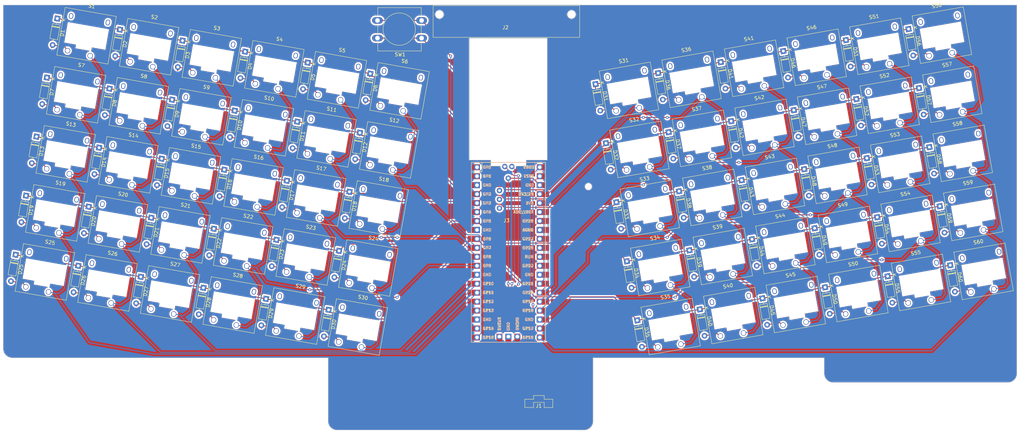
<source format=kicad_pcb>
(kicad_pcb (version 20221018) (generator pcbnew)
  (layers (0 "F.Cu" signal) (31 "B.Cu" signal) (34 "B.Paste" user) (35 "F.Paste" user) (36 "B.SilkS" user "B.Silkscreen") (37 "F.SilkS" user "F.Silkscreen") (38 "B.Mask" user) (39 "F.Mask" user) (44 "Edge.Cuts" user))
  (net 0 "")
  (net 1 "Row 0")
  (net 2 "Net-(D1-A)")
  (net 3 "Net-(D2-A)")
  (net 4 "Net-(D3-A)")
  (net 5 "Net-(D4-A)")
  (net 6 "Net-(D5-A)")
  (net 7 "Net-(D6-A)")
  (net 8 "Row 1")
  (net 9 "Net-(D7-A)")
  (net 10 "Net-(D8-A)")
  (net 11 "Net-(D9-A)")
  (net 12 "Net-(D10-A)")
  (net 13 "Net-(D11-A)")
  (net 14 "Net-(D12-A)")
  (net 15 "Row 2")
  (net 16 "Net-(D13-A)")
  (net 17 "Net-(D14-A)")
  (net 18 "Net-(D15-A)")
  (net 19 "Net-(D16-A)")
  (net 20 "Net-(D17-A)")
  (net 21 "Net-(D18-A)")
  (net 22 "Row 3")
  (net 23 "Net-(D19-A)")
  (net 24 "Net-(D20-A)")
  (net 25 "Net-(D21-A)")
  (net 26 "Net-(D22-A)")
  (net 27 "Net-(D23-A)")
  (net 28 "Net-(D24-A)")
  (net 29 "Row 4")
  (net 30 "Net-(D25-A)")
  (net 31 "Net-(D26-A)")
  (net 32 "Net-(D27-A)")
  (net 33 "Net-(D28-A)")
  (net 34 "Net-(D29-A)")
  (net 35 "Net-(D30-A)")
  (net 36 "Col 0")
  (net 37 "Col 1")
  (net 38 "Col 2")
  (net 39 "Col 3")
  (net 40 "Col 4")
  (net 41 "Col 5")
  (net 63 "Net-(D31-A)")
  (net 64 "Net-(D32-A)")
  (net 65 "Net-(D33-A)")
  (net 66 "Net-(D34-A)")
  (net 67 "Net-(D35-A)")
  (net 68 "Net-(D36-A)")
  (net 69 "Net-(D37-A)")
  (net 70 "Net-(D38-A)")
  (net 71 "Net-(D39-A)")
  (net 72 "Net-(D40-A)")
  (net 73 "Net-(D41-A)")
  (net 74 "Net-(D42-A)")
  (net 75 "Net-(D43-A)")
  (net 76 "Net-(D44-A)")
  (net 77 "Net-(D45-A)")
  (net 78 "Net-(D46-A)")
  (net 79 "Net-(D47-A)")
  (net 80 "Net-(D48-A)")
  (net 81 "Net-(D49-A)")
  (net 82 "Net-(D50-A)")
  (net 83 "Net-(D51-A)")
  (net 84 "Net-(D52-A)")
  (net 85 "Net-(D53-A)")
  (net 86 "Net-(D54-A)")
  (net 87 "Net-(D55-A)")
  (net 88 "Net-(D56-A)")
  (net 89 "Net-(D57-A)")
  (net 90 "Net-(D58-A)")
  (net 91 "Net-(D59-A)")
  (net 92 "Net-(D60-A)")
  (net 93 "Col 6")
  (net 94 "Col 7")
  (net 95 "Col 8")
  (net 96 "Col 9")
  (net 97 "Col 10")
  (net 98 "Col 11")
  (net 106 "Net-(J2-Pin_7)")
  (net 120 "Net-(SW1-Pad1)")
  (net 122 "unconnected-(J1-MountPin-PadMP)")
  (net 123 "SC_DTCT")
  (net 124 "GND")
  (net 125 "USB+")
  (net 126 "USB-")
  (net 127 "VCC")
  (footprint "ScottoKeebs_Choc:Choc_Mini_1.00u" (layer "F.Cu") (at 184.341951 108.011374 -10)
    (fp_text reference "S18")
    (fp_text value "Keyswitch")
    (fp_line (start -5.9 -2.9) (end -5.9 3) (stroke (width 0.05)) (layer "Edge.Cuts"))
    (fp_line (start -5.9 3) (end -2.5 3) (stroke (width 0.05)) (layer "Edge.Cuts"))
    (fp_line (start -2.5 3) (end -2.5 4.05) (stroke (width 0.05)) (layer "Edge.Cuts"))
    (fp_line (start -2.5 4.05) (end 2.05 4.05) (stroke (width 0.05)) (layer "Edge.Cuts"))
    (fp_line (start 2.05 3) (end 5.95 3) (stroke (width 0.05)) (layer "Edge.Cuts"))
    (fp_line (start 2.05 4.05) (end 2.05 3) (stroke (width 0.05)) (layer "Edge.Cuts"))
    (fp_line (start 5.95 -2.9) (end -5.9 -2.9) (stroke (width 0.05)) (layer "Edge.Cuts"))
    (fp_line (start 5.95 3) (end 5.95 -2.9) (stroke (width 0.05)) (layer "Edge.Cuts"))
  )
  (footprint "ScottoKeebs_Components:Diode_DO-35" (layer "F.Cu") (at 304.847382 96.727475 -80)
    (fp_text reference "D48")
    (fp_text value "Diode")
  )
  (footprint "ScottoKeebs_Choc:Choc_Mini_1.00u" (layer "F.Cu") (at 261.116227 107.860448 10)
    (fp_text reference "S33")
    (fp_text value "Keyswitch")
    (fp_line (start -5.9 -2.9) (end -5.9 3) (stroke (width 0.05)) (layer "Edge.Cuts"))
    (fp_line (start -5.9 3) (end -2.5 3) (stroke (width 0.05)) (layer "Edge.Cuts"))
    (fp_line (start -2.5 3) (end -2.5 4.05) (stroke (width 0.05)) (layer "Edge.Cuts"))
    (fp_line (start -2.5 4.05) (end 2.05 4.05) (stroke (width 0.05)) (layer "Edge.Cuts"))
    (fp_line (start 2.05 3) (end 5.95 3) (stroke (width 0.05)) (layer "Edge.Cuts"))
    (fp_line (start 2.05 4.05) (end 2.05 3) (stroke (width 0.05)) (layer "Edge.Cuts"))
    (fp_line (start 5.95 -2.9) (end -5.9 -2.9) (stroke (width 0.05)) (layer "Edge.Cuts"))
    (fp_line (start 5.95 3) (end 5.95 -2.9) (stroke (width 0.05)) (layer "Edge.Cuts"))
  )
  (footprint "ScottoKeebs_Choc:Choc_Mini_1.00u" (layer "F.Cu") (at 101.613292 58.899576 -10)
    (fp_text reference "S1")
    (fp_text value "Keyswitch")
    (fp_line (start -5.9 -2.9) (end -5.9 3) (stroke (width 0.05)) (layer "Edge.Cuts"))
    (fp_line (start -5.9 3) (end -2.5 3) (stroke (width 0.05)) (layer "Edge.Cuts"))
    (fp_line (start -2.5 3) (end -2.5 4.05) (stroke (width 0.05)) (layer "Edge.Cuts"))
    (fp_line (start -2.5 4.05) (end 2.05 4.05) (stroke (width 0.05)) (layer "Edge.Cuts"))
    (fp_line (start 2.05 3) (end 5.95 3) (stroke (width 0.05)) (layer "Edge.Cuts"))
    (fp_line (start 2.05 4.05) (end 2.05 3) (stroke (width 0.05)) (layer "Edge.Cuts"))
    (fp_line (start 5.95 -2.9) (end -5.9 -2.9) (stroke (width 0.05)) (layer "Edge.Cuts"))
    (fp_line (start 5.95 3) (end 5.95 -2.9) (stroke (width 0.05)) (layer "Edge.Cuts"))
  )
  (footprint "thinkpad-keyboard:FPC_6" (layer "F.Cu") (at 229.696968 161.884999)
    (fp_text reference "J1")
    (fp_text value "Conn_01x06_MountingPin")
  )
  (footprint "ScottoKeebs_Components:Diode_DO-35" (layer "F.Cu") (at 181.967914 69.646277 -100)
    (fp_text reference "D6")
    (fp_text value "Diode")
  )
  (footprint "ScottoKeebs_Components:Diode_DO-35" (layer "F.Cu") (at 307.799399 113.469212 -80)
    (fp_text reference "D49")
    (fp_text value "Diode")
  )
  (footprint "thinkpad-keyboard:Thinkpad-keyboard-fpc" (layer "F.Cu") (at 220.25 54.06)
    (fp_text reference "J2")
    (fp_text value "Conn_01x20_Socket")
    (fp_circle (center -18.7 -1.2) (end -18.7 -2.4) (stroke (width 0.12)) (fill none) (layer "Edge.Cuts"))
    (fp_circle (center 18.7 -1.2) (end 18.7 -2.4) (stroke (width 0.12)) (fill none) (layer "Edge.Cuts"))
  )
  (footprint "ScottoKeebs_Choc:Choc_Mini_1.00u" (layer "F.Cu") (at 137.066371 65.15091 -10)
    (fp_text reference "S3")
    (fp_text value "Keyswitch")
    (fp_line (start -5.9 -2.9) (end -5.9 3) (stroke (width 0.05)) (layer "Edge.Cuts"))
    (fp_line (start -5.9 3) (end -2.5 3) (stroke (width 0.05)) (layer "Edge.Cuts"))
    (fp_line (start -2.5 3) (end -2.5 4.05) (stroke (width 0.05)) (layer "Edge.Cuts"))
    (fp_line (start -2.5 4.05) (end 2.05 4.05) (stroke (width 0.05)) (layer "Edge.Cuts"))
    (fp_line (start 2.05 3) (end 5.95 3) (stroke (width 0.05)) (layer "Edge.Cuts"))
    (fp_line (start 2.05 4.05) (end 2.05 3) (stroke (width 0.05)) (layer "Edge.Cuts"))
    (fp_line (start 5.95 -2.9) (end -5.9 -2.9) (stroke (width 0.05)) (layer "Edge.Cuts"))
    (fp_line (start 5.95 3) (end 5.95 -2.9) (stroke (width 0.05)) (layer "Edge.Cuts"))
  )
  (footprint "ScottoKeebs_Choc:Choc_Mini_1.00u" (layer "F.Cu") (at 154.792908 68.276579 -10)
    (fp_text reference "S4")
    (fp_text value "Keyswitch")
    (fp_line (start -5.9 -2.9) (end -5.9 3) (stroke (width 0.05)) (layer "Edge.Cuts"))
    (fp_line (start -5.9 3) (end -2.5 3) (stroke (width 0.05)) (layer "Edge.Cuts"))
    (fp_line (start -2.5 3) (end -2.5 4.05) (stroke (width 0.05)) (layer "Edge.Cuts"))
    (fp_line (start -2.5 4.05) (end 2.05 4.05) (stroke (width 0.05)) (layer "Edge.Cuts"))
    (fp_line (start 2.05 3) (end 5.95 3) (stroke (width 0.05)) (layer "Edge.Cuts"))
    (fp_line (start 2.05 4.05) (end 2.05 3) (stroke (width 0.05)) (layer "Edge.Cuts"))
    (fp_line (start 5.95 -2.9) (end -5.9 -2.9) (stroke (width 0.05)) (layer "Edge.Cuts"))
    (fp_line (start 5.95 3) (end 5.95 -2.9) (stroke (width 0.05)) (layer "Edge.Cuts"))
  )
  (footprint "ScottoKeebs_Choc:Choc_Mini_1.00u" (layer "F.Cu") (at 172.519449 71.402244 -10)
    (fp_text reference "S5")
    (fp_text value "Keyswitch")
    (fp_line (start -5.9 -2.9) (end -5.9 3) (stroke (width 0.05)) (layer "Edge.Cuts"))
    (fp_line (start -5.9 3) (end -2.5 3) (stroke (width 0.05)) (layer "Edge.Cuts"))
    (fp_line (start -2.5 3) (end -2.5 4.05) (stroke (width 0.05)) (layer "Edge.Cuts"))
    (fp_line (start -2.5 4.05) (end 2.05 4.05) (stroke (width 0.05)) (layer "Edge.Cuts"))
    (fp_line (start 2.05 3) (end 5.95 3) (stroke (width 0.05)) (layer "Edge.Cuts"))
    (fp_line (start 2.05 4.05) (end 2.05 3) (stroke (width 0.05)) (layer "Edge.Cuts"))
    (fp_line (start 5.95 -2.9) (end -5.9 -2.9) (stroke (width 0.05)) (layer "Edge.Cuts"))
    (fp_line (start 5.95 3) (end 5.95 -2.9) (stroke (width 0.05)) (layer "Edge.Cuts"))
  )
  (footprint "ScottoKeebs_Components:Diode_DO-35" (layer "F.Cu") (at 179.015894 86.388007 -100)
    (fp_text reference "D12")
    (fp_text value "Diode")
  )
  (footprint "ScottoKeebs_Components:Diode_DO-35" (layer "F.Cu") (at 263.490263 69.495349 -80)
    (fp_text reference "D36")
    (fp_text value "Diode")
  )
  (footprint "ScottoKeebs_Components:Diode_DO-35" (layer "F.Cu") (at 81.52714 120.984865 -100)
    (fp_text reference "D25")
    (fp_text value "Diode")
  )
  (footprint "ScottoKeebs_Choc:Choc_Mini_1.00u" (layer "F.Cu") (at 142.984832 135.243502 -10)
    (fp_text reference "S28")
    (fp_text value "Keyswitch")
    (fp_line (start -5.9 -2.9) (end -5.9 3) (stroke (width 0.05)) (layer "Edge.Cuts"))
    (fp_line (start -5.9 3) (end -2.5 3) (stroke (width 0.05)) (layer "Edge.Cuts"))
    (fp_line (start -2.5 3) (end -2.5 4.05) (stroke (width 0.05)) (layer "Edge.Cuts"))
    (fp_line (start -2.5 4.05) (end 2.05 4.05) (stroke (width 0.05)) (layer "Edge.Cuts"))
    (fp_line (start 2.05 3) (end 5.95 3) (stroke (width 0.05)) (layer "Edge.Cuts"))
    (fp_line (start 2.05 4.05) (end 2.05 3) (stroke (width 0.05)) (layer "Edge.Cuts"))
    (fp_line (start 5.95 -2.9) (end -5.9 -2.9) (stroke (width 0.05)) (layer "Edge.Cuts"))
    (fp_line (start 5.95 3) (end 5.95 -2.9) (stroke (width 0.05)) (layer "Edge.Cuts"))
  )
  (footprint "ScottoKeebs_Choc:Choc_Mini_1.00u" (layer "F.Cu") (at 107.531754 128.992168 -10)
    (fp_text reference "S26")
    (fp_text value "Keyswitch")
    (fp_line (start -5.9 -2.9) (end -5.9 3) (stroke (width 0.05)) (layer "Edge.Cuts"))
    (fp_line (start -5.9 3) (end -2.5 3) (stroke (width 0.05)) (layer "Edge.Cuts"))
    (fp_line (start -2.5 3) (end -2.5 4.05) (stroke (width 0.05)) (layer "Edge.Cuts"))
    (fp_line (start -2.5 4.05) (end 2.05 4.05) (stroke (width 0.05)) (layer "Edge.Cuts"))
    (fp_line (start 2.05 3) (end 5.95 3) (stroke (width 0.05)) (layer "Edge.Cuts"))
    (fp_line (start 2.05 4.05) (end 2.05 3) (stroke (width 0.05)) (layer "Edge.Cuts"))
    (fp_line (start 5.95 -2.9) (end -5.9 -2.9) (stroke (width 0.05)) (layer "Edge.Cuts"))
    (fp_line (start 5.95 3) (end 5.95 -2.9) (stroke (width 0.05)) (layer "Edge.Cuts"))
  )
  (footprint "ScottoKeebs_Choc:Choc_Mini_1.00u" (layer "F.Cu") (at 255.212188 74.376983 10)
    (fp_text reference "S31")
    (fp_text value "Keyswitch")
    (fp_line (start -5.9 -2.9) (end -5.9 3) (stroke (width 0.05)) (layer "Edge.Cuts"))
    (fp_line (start -5.9 3) (end -2.5 3) (stroke (width 0.05)) (layer "Edge.Cuts"))
    (fp_line (start -2.5 3) (end -2.5 4.05) (stroke (width 0.05)) (layer "Edge.Cuts"))
    (fp_line (start -2.5 4.05) (end 2.05 4.05) (stroke (width 0.05)) (layer "Edge.Cuts"))
    (fp_line (start 2.05 3) (end 5.95 3) (stroke (width 0.05)) (layer "Edge.Cuts"))
    (fp_line (start 2.05 4.05) (end 2.05 3) (stroke (width 0.05)) (layer "Edge.Cuts"))
    (fp_line (start 5.95 -2.9) (end -5.9 -2.9) (stroke (width 0.05)) (layer "Edge.Cuts"))
    (fp_line (start 5.95 3) (end 5.95 -2.9) (stroke (width 0.05)) (layer "Edge.Cuts"))
  )
  (footprint "ScottoKeebs_Choc:Choc_Mini_1.00u" (layer "F.Cu") (at 337.926423 128.84124 10)
    (fp_text reference "S55")
    (fp_text value "Keyswitch")
    (fp_line (start -5.9 -2.9) (end -5.9 3) (stroke (width 0.05)) (layer "Edge.Cuts"))
    (fp_line (start -5.9 3) (end -2.5 3) (stroke (width 0.05)) (layer "Edge.Cuts"))
    (fp_line (start -2.5 3) (end -2.5 4.05) (stroke (width 0.05)) (layer "Edge.Cuts"))
    (fp_line (start -2.5 4.05) (end 2.05 4.05) (stroke (width 0.05)) (layer "Edge.Cuts"))
    (fp_line (start 2.05 3) (end 5.95 3) (stroke (width 0.05)) (layer "Edge.Cuts"))
    (fp_line (start 2.05 4.05) (end 2.05 3) (stroke (width 0.05)) (layer "Edge.Cuts"))
    (fp_line (start 5.95 -2.9) (end -5.9 -2.9) (stroke (width 0.05)) (layer "Edge.Cuts"))
    (fp_line (start 5.95 3) (end 5.95 -2.9) (stroke (width 0.05)) (layer "Edge.Cuts"))
  )
  (footprint "ScottoKeebs_Components:Diode_DO-35" (layer "F.Cu") (at 290.072861 116.594875 -80)
    (fp_text reference "D44")
    (fp_text value "Diode")
  )
  (footprint "ScottoKeebs_Components:Diode_DO-35" (layer "F.Cu") (at 293.024877 133.336609 -80)
    (fp_text reference "D45")
    (fp_text value "Diode")
  )
  (footprint "ScottoKeebs_Choc:Choc_Mini_1.00u" (layer "F.Cu") (at 264.068245 124.602181 10)
    (fp_text reference "S34")
    (fp_text value "Keyswitch")
    (fp_line (start -5.9 -2.9) (end -5.9 3) (stroke (width 0.05)) (layer "Edge.Cuts"))
    (fp_line (start -5.9 3) (end -2.5 3) (stroke (width 0.05)) (layer "Edge.Cuts"))
    (fp_line (start -2.5 3) (end -2.5 4.05) (stroke (width 0.05)) (layer "Edge.Cuts"))
    (fp_line (start -2.5 4.05) (end 2.05 4.05) (stroke (width 0.05)) (layer "Edge.Cuts"))
    (fp_line (start 2.05 3) (end 5.95 3) (stroke (width 0.05)) (layer "Edge.Cuts"))
    (fp_line (start 2.05 4.05) (end 2.05 3) (stroke (width 0.05)) (layer "Edge.Cuts"))
    (fp_line (start 5.95 -2.9) (end -5.9 -2.9) (stroke (width 0.05)) (layer "Edge.Cuts"))
    (fp_line (start 5.95 3) (end 5.95 -2.9) (stroke (width 0.05)) (layer "Edge.Cuts"))
  )
  (footprint "ScottoKeebs_Components:Diode_DO-35" (layer "F.Cu") (at 287.120839 99.853145 -80)
    (fp_text reference "D43")
    (fp_text value "Diode")
  )
  (footprint "ScottoKeebs_Components:Diode_DO-35" (layer "F.Cu") (at 319.621901 76.86008 -80)
    (fp_text reference "D52")
    (fp_text value "Diode")
  )
  (footprint "ScottoKeebs_Choc:Choc_Mini_1.00u" (layer "F.Cu") (at 349.748922 92.232112 10)
    (fp_text reference "S58")
    (fp_text value "Keyswitch")
    (fp_line (start -5.9 -2.9) (end -5.9 3) (stroke (width 0.05)) (layer "Edge.Cuts"))
    (fp_line (start -5.9 3) (end -2.5 3) (stroke (width 0.05)) (layer "Edge.Cuts"))
    (fp_line (start -2.5 3) (end -2.5 4.05) (stroke (width 0.05)) (layer "Edge.Cuts"))
    (fp_line (start -2.5 4.05) (end 2.05 4.05) (stroke (width 0.05)) (layer "Edge.Cuts"))
    (fp_line (start 2.05 3) (end 5.95 3) (stroke (width 0.05)) (layer "Edge.Cuts"))
    (fp_line (start 2.05 4.05) (end 2.05 3) (stroke (width 0.05)) (layer "Edge.Cuts"))
    (fp_line (start 5.95 -2.9) (end -5.9 -2.9) (stroke (width 0.05)) (layer "Edge.Cuts"))
    (fp_line (start 5.95 3) (end 5.95 -2.9) (stroke (width 0.05)) (layer "Edge.Cuts"))
  )
  (footprint "ScottoKeebs_Choc:Choc_Mini_1.00u" (layer "F.Cu") (at 308.391807 64.999983 10)
    (fp_text reference "S46")
    (fp_text value "Keyswitch")
    (fp_line (start -5.9 -2.9) (end -5.9 3) (stroke (width 0.05)) (layer "Edge.Cuts"))
    (fp_line (start -5.9 3) (end -2.5 3) (stroke (width 0.05)) (layer "Edge.Cuts"))
    (fp_line (start -2.5 3) (end -2.5 4.05) (stroke (width 0.05)) (layer "Edge.Cuts"))
    (fp_line (start -2.5 4.05) (end 2.05 4.05) (stroke (width 0.05)) (layer "Edge.Cuts"))
    (fp_line (start 2.05 3) (end 5.95 3) (stroke (width 0.05)) (layer "Edge.Cuts"))
    (fp_line (start 2.05 4.05) (end 2.05 3) (stroke (width 0.05)) (layer "Edge.Cuts"))
    (fp_line (start 5.95 -2.9) (end -5.9 -2.9) (stroke (width 0.05)) (layer "Edge.Cuts"))
    (fp_line (start 5.95 3) (end 5.95 -2.9) (stroke (width 0.05)) (layer "Edge.Cuts"))
  )
  (footprint "ScottoKeebs_Components:Diode_DO-35" (layer "F.Cu") (at 275.29834 136.462275 -80)
    (fp_text reference "D40")
    (fp_text value "Diode")
  )
  (footprint "ScottoKeebs_Components:Diode_DO-35" (layer "F.Cu") (at 128.788296 60.269274 -100)
    (fp_text reference "D3")
    (fp_text value "Diode")
  )
  (footprint "ScottoKeebs_Components:Diode_DO-35" (layer "F.Cu") (at 340.300459 90.476145 -80)
    (fp_text reference "D58")
    (fp_text value "Diode")
  )
  (footprint "ScottoKeebs_Components:Diode_DO-35" (layer "F.Cu") (at 152.433296 133.487537 -100)
    (fp_text reference "D29")
    (fp_text value "Diode")
  )
  (footprint "ScottoKeebs_Components:Diode_DO-35" (layer "F.Cu") (at 122.884257 93.752736 -100)
    (fp_text reference "D15")
    (fp_text value "Diode")
  )
  (footprint "ScottoKeebs_Choc:Choc_Mini_1.00u" (layer "F.Cu") (at 145.936855 118.501773 -10)
    (fp_text reference "S22")
    (fp_text value "Keyswitch")
    (fp_line (start -5.9 -2.9) (end -5.9 3) (stroke (width 0.05)) (layer "Edge.Cuts"))
    (fp_line (start -5.9 3) (end -2.5 3) (stroke (width 0.05)) (layer "Edge.Cuts"))
    (fp_line (start -2.5 3) (end -2.5 4.05) (stroke (width 0.05)) (layer "Edge.Cuts"))
    (fp_line (start -2.5 4.05) (end 2.05 4.05) (stroke (width 0.05)) (layer "Edge.Cuts"))
    (fp_line (start 2.05 3) (end 5.95 3) (stroke (width 0.05)) (layer "Edge.Cuts"))
    (fp_line (start 2.05 4.05) (end 2.05 3) (stroke (width 0.05)) (layer "Edge.Cuts"))
    (fp_line (start 5.95 -2.9) (end -5.9 -2.9) (stroke (width 0.05)) (layer "Edge.Cuts"))
    (fp_line (start 5.95 3) (end 5.95 -2.9) (stroke (width 0.05)) (layer "Edge.Cuts"))
  )
  (footprint "ScottoKeebs_Choc:Choc_Mini_1.00u" (layer "F.Cu") (at 320.199883 131.96691 10)
    (fp_text reference "S50")
    (fp_text value "Keyswitch")
    (fp_line (start -5.9 -2.9) (end -5.9 3) (stroke (width 0.05)) (layer "Edge.Cuts"))
    (fp_line (start -5.9 3) (end -2.5 3) (stroke (width 0.05)) (layer "Edge.Cuts"))
    (fp_line (start -2.5 3) (end -2.5 4.05) (stroke (width 0.05)) (layer "Edge.Cuts"))
    (fp_line (start -2.5 4.05) (end 2.05 4.05) (stroke (width 0.05)) (layer "Edge.Cuts"))
    (fp_line (start 2.05 3) (end 5.95 3) (stroke (width 0.05)) (layer "Edge.Cuts"))
    (fp_line (start 2.05 4.05) (end 2.05 3) (stroke (width 0.05)) (layer "Edge.Cuts"))
    (fp_line (start 5.95 -2.9) (end -5.9 -2.9) (stroke (width 0.05)) (layer "Edge.Cuts"))
    (fp_line (start 5.95 3) (end 5.95 -2.9) (stroke (width 0.05)) (layer "Edge.Cuts"))
  )
  (footprint "ScottoKeebs_Choc:Choc_Mini_1.00u" (layer "F.Cu") (at 134.114347 81.892641 -10)
    (fp_text reference "S9")
    (fp_text value "Keyswitch")
    (fp_line (start -5.9 -2.9) (end -5.9 3) (stroke (width 0.05)) (layer "Edge.Cuts"))
    (fp_line (start -5.9 3) (end -2.5 3) (stroke (width 0.05)) (layer "Edge.Cuts"))
    (fp_line (start -2.5 3) (end -2.5 4.05) (stroke (width 0.05)) (layer "Edge.Cuts"))
    (fp_line (start -2.5 4.05) (end 2.05 4.05) (stroke (width 0.05)) (layer "Edge.Cuts"))
    (fp_line (start 2.05 3) (end 5.95 3) (stroke (width 0.05)) (layer "Edge.Cuts"))
    (fp_line (start 2.05 4.05) (end 2.05 3) (stroke (width 0.05)) (layer "Edge.Cuts"))
    (fp_line (start 5.95 -2.9) (end -5.9 -2.9) (stroke (width 0.05)) (layer "Edge.Cuts"))
    (fp_line (start 5.95 3) (end 5.95 -2.9) (stroke (width 0.05)) (layer "Edge.Cuts"))
  )
  (footprint "ScottoKeebs_Choc:Choc_Mini_1.00u" (layer "F.Cu") (at 281.794785 121.476511 10)
    (fp_text reference "S39")
    (fp_text value "Keyswitch")
    (fp_line (start -5.9 -2.9) (end -5.9 3) (stroke (width 0.05)) (layer "Edge.Cuts"))
    (fp_line (start -5.9 3) (end -2.5 3) (stroke (width 0.05)) (layer "Edge.Cuts"))
    (fp_line (start -2.5 3) (end -2.5 4.05) (stroke (width 0.05)) (layer "Edge.Cuts"))
    (fp_line (start -2.5 4.05) (end 2.05 4.05) (stroke (width 0.05)) (layer "Edge.Cuts"))
    (fp_line (start 2.05 3) (end 5.95 3) (stroke (width 0.05)) (layer "Edge.Cuts"))
    (fp_line (start 2.05 4.05) (end 2.05 3) (stroke (width 0.05)) (layer "Edge.Cuts"))
    (fp_line (start 5.95 -2.9) (end -5.9 -2.9) (stroke (width 0.05)) (layer "Edge.Cuts"))
    (fp_line (start 5.95 3) (end 5.95 -2.9) (stroke (width 0.05)) (layer "Edge.Cuts"))
  )
  (footprint "ScottoKeebs_Choc:Choc_Mini_1.00u" (layer "F.Cu") (at 290.665267 68.12565 10)
    (fp_text reference "S41")
    (fp_text value "Keyswitch")
    (fp_line (start -5.9 -2.9) (end -5.9 3) (stroke (width 0.05)) (layer "Edge.Cuts"))
    (fp_line (start -5.9 3) (end -2.5 3) (stroke (width 0.05)) (layer "Edge.Cuts"))
    (fp_line (start -2.5 3) (end -2.5 4.05) (stroke (width 0.05)) (layer "Edge.Cuts"))
    (fp_line (start -2.5 4.05) (end 2.05 4.05) (stroke (width 0.05)) (layer "Edge.Cuts"))
    (fp_line (start 2.05 3) (end 5.95 3) (stroke (width 0.05)) (layer "Edge.Cuts"))
    (fp_line (start 2.05 4.05) (end 2.05 3) (stroke (width 0.05)) (layer "Edge.Cuts"))
    (fp_line (start 5.95 -2.9) (end -5.9 -2.9) (stroke (width 0.05)) (layer "Edge.Cuts"))
    (fp_line (start 5.95 3) (end 5.95 -2.9) (stroke (width 0.05)) (layer "Edge.Cuts"))
  )
  (footprint "ScottoKeebs_Choc:Choc_Mini_1.00u" (layer "F.Cu") (at 352.700944 108.973844 10)
    (fp_text reference "S59")
    (fp_text value "Keyswitch")
    (fp_line (start -5.9 -2.9) (end -5.9 3) (stroke (width 0.05)) (layer "Edge.Cuts"))
    (fp_line (start -5.9 3) (end -2.5 3) (stroke (width 0.05)) (layer "Edge.Cuts"))
    (fp_line (start -2.5 3) (end -2.5 4.05) (stroke (width 0.05)) (layer "Edge.Cuts"))
    (fp_line (start -2.5 4.05) (end 2.05 4.05) (stroke (width 0.05)) (layer "Edge.Cuts"))
    (fp_line (start 2.05 3) (end 5.95 3) (stroke (width 0.05)) (layer "Edge.Cuts"))
    (fp_line (start 2.05 4.05) (end 2.05 3) (stroke (width 0.05)) (layer "Edge.Cuts"))
    (fp_line (start 5.95 -2.9) (end -5.9 -2.9) (stroke (width 0.05)) (layer "Edge.Cuts"))
    (fp_line (start 5.95 3) (end 5.95 -2.9) (stroke (width 0.05)) (layer "Edge.Cuts"))
  )
  (footprint "ScottoKeebs_Components:Diode_DO-35" (layer "F.Cu") (at 164.241375 66.520606 -100)
    (fp_text reference "D5")
    (fp_text value "Diode")
  )
  (footprint "ScottoKeebs_Choc:Choc_Mini_1.00u" (layer "F.Cu") (at 296.569305 101.609113 10)
    (fp_text reference "S43")
    (fp_text value "Keyswitch")
    (fp_line (start -5.9 -2.9) (end -5.9 3) (stroke (width 0.05)) (layer "Edge.Cuts"))
    (fp_line (start -5.9 3) (end -2.5 3) (stroke (width 0.05)) (layer "Edge.Cuts"))
    (fp_line (start -2.5 3) (end -2.5 4.05) (stroke (width 0.05)) (layer "Edge.Cuts"))
    (fp_line (start -2.5 4.05) (end 2.05 4.05) (stroke (width 0.05)) (layer "Edge.Cuts"))
    (fp_line (start 2.05 3) (end 5.95 3) (stroke (width 0.05)) (layer "Edge.Cuts"))
    (fp_line (start 2.05 4.05) (end 2.05 3) (stroke (width 0.05)) (layer "Edge.Cuts"))
    (fp_line (start 5.95 -2.9) (end -5.9 -2.9) (stroke (width 0.05)) (layer "Edge.Cuts"))
    (fp_line (start 5.95 3) (end 5.95 -2.9) (stroke (width 0.05)) (layer "Edge.Cuts"))
  )
  (footprint "ScottoKeebs_Components:Diode_DO-35" (layer "F.Cu") (at 245.763721 72.621018 -80)
    (fp_text reference "D31")
    (fp_text value "Diode")
  )
  (footprint "ScottoKeebs_Choc:Choc_Mini_1.00u" (layer "F.Cu") (at 311.343825 81.741716 10)
    (fp_text reference "S47")
    (fp_text value "Keyswitch")
    (fp_line (start -5.9 -2.9) (end -5.9 3) (stroke (width 0.05)) (layer "Edge.Cuts"))
    (fp_line (start -5.9 3) (end -2.5 3) (stroke (width 0.05)) (layer "Edge.Cuts"))
    (fp_line (start -2.5 3) (end -2.5 4.05) (stroke (width 0.05)) (layer "Edge.Cuts"))
    (fp_line (start -2.5 4.05) (end 2.05 4.05) (stroke (width 0.05)) (layer "Edge.Cuts"))
    (fp_line (start 2.05 3) (end 5.95 3) (stroke (width 0.05)) (layer "Edge.Cuts"))
    (fp_line (start 2.05 4.05) (end 2.05 3) (stroke (width 0.05)) (layer "Edge.Cuts"))
    (fp_line (start 5.95 -2.9) (end -5.9 -2.9) (stroke (width 0.05)) (layer "Edge.Cuts"))
    (fp_line (start 5.95 3) (end 5.95 -2.9) (stroke (width 0.05)) (layer "Edge.Cuts"))
  )
  (footprint "ScottoKeebs_Choc:Choc_Mini_1.00u" (layer "F.Cu") (at 190.24599 74.52791 -10)
    (fp_text reference "S6")
    (fp_text value "Keyswitch")
    (fp_line (start -5.9 -2.9) (end -5.9 3) (stroke (width 0.05)) (layer "Edge.Cuts"))
    (fp_line (start -5.9 3) (end -2.5 3) (stroke (width 0.05)) (layer "Edge.Cuts"))
    (fp_line (start -2.5 3) (end -2.5 4.05) (stroke (width 0.05)) (layer "Edge.Cuts"))
    (fp_line (start -2.5 4.05) (end 2.05 4.05) (stroke (width 0.05)) (layer "Edge.Cuts"))
    (fp_line (start 2.05 3) (end 5.95 3) (stroke (width 0.05)) (layer "Edge.Cuts"))
    (fp_line (start 2.05 4.05) (end 2.05 3) (stroke (width 0.05)) (layer "Edge.Cuts"))
    (fp_line (start 5.95 -2.9) (end -5.9 -2.9) (stroke (width 0.05)) (layer "Edge.Cuts"))
    (fp_line (start 5.95 3) (end 5.95 -2.9) (stroke (width 0.05)) (layer "Edge.Cuts"))
  )
  (footprint "ScottoKeebs_Components:Diode_DO-35" (layer "F.Cu") (at 325.525939 110.343542 -80)
    (fp_text reference "D54")
    (fp_text value "Diode")
  )
  (footprint "ScottoKeebs_Choc:Choc_Mini_1.00u" (layer "F.Cu") (at 343.844886 58.748651 10)
    (fp_text reference "S56")
    (fp_text value "Keyswitch")
    (fp_line (start -5.9 -2.9) (end -5.9 3) (stroke (width 0.05)) (layer "Edge.Cuts"))
    (fp_line (start -5.9 3) (end -2.5 3) (stroke (width 0.05)) (layer "Edge.Cuts"))
    (fp_line (start -2.5 3) (end -2.5 4.05) (stroke (width 0.05)) (layer "Edge.Cuts"))
    (fp_line (start -2.5 4.05) (end 2.05 4.05) (stroke (width 0.05)) (layer "Edge.Cuts"))
    (fp_line (start 2.05 3) (end 5.95 3) (stroke (width 0.05)) (layer "Edge.Cuts"))
    (fp_line (start 2.05 4.05) (end 2.05 3) (stroke (width 0.05)) (layer "Edge.Cuts"))
    (fp_line (start 5.95 -2.9) (end -5.9 -2.9) (stroke (width 0.05)) (layer "Edge.Cuts"))
    (fp_line (start 5.95 3) (end 5.95 -2.9) (stroke (width 0.05)) (layer "Edge.Cuts"))
  )
  (footprint "ScottoKeebs_Choc:Choc_Mini_1.00u" (layer "F.Cu") (at 131.162332 98.634372 -10)
    (fp_text reference "S15")
    (fp_text value "Keyswitch")
    (fp_line (start -5.9 -2.9) (end -5.9 3) (stroke (width 0.05)) (layer "Edge.Cuts"))
    (fp_line (start -5.9 3) (end -2.5 3) (stroke (width 0.05)) (layer "Edge.Cuts"))
    (fp_line (start -2.5 3) (end -2.5 4.05) (stroke (width 0.05)) (layer "Edge.Cuts"))
    (fp_line (start -2.5 4.05) (end 2.05 4.05) (stroke (width 0.05)) (layer "Edge.Cuts"))
    (fp_line (start 2.05 3) (end 5.95 3) (stroke (width 0.05)) (layer "Edge.Cuts"))
    (fp_line (start 2.05 4.05) (end 2.05 3) (stroke (width 0.05)) (layer "Edge.Cuts"))
    (fp_line (start 5.95 -2.9) (end -5.9 -2.9) (stroke (width 0.05)) (layer "Edge.Cuts"))
    (fp_line (start 5.95 3) (end 5.95 -2.9) (stroke (width 0.05)) (layer "Edge.Cuts"))
  )
  (footprint "ScottoKeebs_Components:Diode_DO-35" (layer "F.Cu") (at 143.562816 80.136674 -100)
    (fp_text reference "D10")
    (fp_text value "Diode")
  )
  (footprint "ScottoKeebs_Choc:Choc_Mini_1.00u" (layer "F.Cu") (at 326.118346 61.874317 10)
    (fp_text reference "S51")
    (fp_text value "Keyswitch")
    (fp_line (start -5.9 -2.9) (end -5.9 3) (stroke (width 0.05)) (layer "Edge.Cuts"))
    (fp_line (start -5.9 3) (end -2.5 3) (stroke (width 0.05)) (layer "Edge.Cuts"))
    (fp_line (start -2.5 3) (end -2.5 4.05) (stroke (width 0.05)) (layer "Edge.Cuts"))
    (fp_line (start -2.5 4.05) (end 2.05 4.05) (stroke (width 0.05)) (layer "Edge.Cuts"))
    (fp_line (start 2.05 3) (end 5.95 3) (stroke (width 0.05)) (layer "Edge.Cuts"))
    (fp_line (start 2.05 4.05) (end 2.05 3) (stroke (width 0.05)) (layer "Edge.Cuts"))
    (fp_line (start 5.95 -2.9) (end -5.9 -2.9) (stroke (width 0.05)) (layer "Edge.Cuts"))
    (fp_line (start 5.95 3) (end 5.95 -2.9) (stroke (width 0.05)) (layer "Edge.Cuts"))
  )
  (footprint "ScottoKeebs_Choc:Choc_Mini_1.00u" (layer "F.Cu") (at 116.387811 78.766976 -10)
    (fp_text reference "S8")
    (fp_text value "Keyswitch")
    (fp_line (start -5.9 -2.9) (end -5.9 3) (stroke (width 0.05)) (layer "Edge.Cuts"))
    (fp_line (start -5.9 3) (end -2.5 3) (stroke (width 0.05)) (layer "Edge.Cuts"))
    (fp_line (start -2.5 3) (end -2.5 4.05) (stroke (width 0.05)) (layer "Edge.Cuts"))
    (fp_line (start -2.5 4.05) (end 2.05 4.05) (stroke (width 0.05)) (layer "Edge.Cuts"))
    (fp_line (start 2.05 3) (end 5.95 3) (stroke (width 0.05)) (layer "Edge.Cuts"))
    (fp_line (start 2.05 4.05) (end 2.05 3) (stroke (width 0.05)) (layer "Edge.Cuts"))
    (fp_line (start 5.95 -2.9) (end -5.9 -2.9) (stroke (width 0.05)) (layer "Edge.Cuts"))
    (fp_line (start 5.95 3) (end 5.95 -2.9) (stroke (width 0.05)) (layer "Edge.Cuts"))
  )
  (footprint "ScottoKeebs_Components:Diode_DO-35" (layer "F.Cu") (at 346.204499 123.95961 -80)
    (fp_text reference "D60")
    (fp_text value "Diode")
  )
  (footprint "ScottoKeebs_Choc:Choc_Mini_1.00u" (layer "F.Cu") (at 334.974402 112.099511 10)
    (fp_text reference "S54")
    (fp_text value "Keyswitch")
    (fp_line (start -5.9 -2.9) (end -5.9 3) (stroke (width 0.05)) (layer "Edge.Cuts"))
    (fp_line (start -5.9 3) (end -2.5 3) (stroke (width 0.05)) (layer "Edge.Cuts"))
    (fp_line (start -2.5 3) (end -2.5 4.05) (stroke (width 0.05)) (layer "Edge.Cuts"))
    (fp_line (start -2.5 4.05) (end 2.05 4.05) (stroke (width 0.05)) (layer "Edge.Cuts"))
    (fp_line (start 2.05 3) (end 5.95 3) (stroke (width 0.05)) (layer "Edge.Cuts"))
    (fp_line (start 2.05 4.05) (end 2.05 3) (stroke (width 0.05)) (layer "Edge.Cuts"))
    (fp_line (start 5.95 -2.9) (end -5.9 -2.9) (stroke (width 0.05)) (layer "Edge.Cuts"))
    (fp_line (start 5.95 3) (end 5.95 -2.9) (stroke (width 0.05)) (layer "Edge.Cuts"))
  )
  (footprint "ScottoKeebs_Components:Diode_DO-35" (layer "F.Cu") (at 343.252479 107.217876 -80)
    (fp_text reference "D59")
    (fp_text value "Diode")
  )
  (footprint "ScottoKeebs_Choc:Choc_Mini_1.00u" (layer "F.Cu") (at 332.022385 95.357782 10)
    (fp_text reference "S53")
    (fp_text value "Keyswitch")
    (fp_line (start -5.9 -2.9) (end -5.9 3) (stroke (width 0.05)) (layer "Edge.Cuts"))
    (fp_line (start -5.9 3) (end -2.5 3) (stroke (width 0.05)) (layer "Edge.Cuts"))
    (fp_line (start -2.5 3) (end -2.5 4.05) (stroke (width 0.05)) (layer "Edge.Cuts"))
    (fp_line (start -2.5 4.05) (end 2.05 4.05) (stroke (width 0.05)) (layer "Edge.Cuts"))
    (fp_line (start 2.05 3) (end 5.95 3) (stroke (width 0.05)) (layer "Edge.Cuts"))
    (fp_line (start 2.05 4.05) (end 2.05 3) (stroke (width 0.05)) (layer "Edge.Cuts"))
    (fp_line (start 5.95 -2.9) (end -5.9 -2.9) (stroke (width 0.05)) (layer "Edge.Cuts"))
    (fp_line (start 5.95 3) (end 5.95 -2.9) (stroke (width 0.05)) (layer "Edge.Cuts"))
  )
  (footprint "ScottoKeebs_Components:Diode_DO-35" (layer "F.Cu") (at 173.111856 119.871469 -100)
    (fp_text reference "D24")
    (fp_text value "Diode")
  )
  (footprint "ScottoKeebs_Choc:Choc_Mini_1.00u" (layer "F.Cu") (at 272.938727 71.251317 10)
    (fp_text reference "S36")
    (fp_text value "Keyswitch")
    (fp_line (start -5.9 -2.9) (end -5.9 3) (stroke (width 0.05)) (layer "Edge.Cuts"))
    (fp_line (start -5.9 3) (end -2.5 3) (stroke (width 0.05)) (layer "Edge.Cuts"))
    (fp_line (start -2.5 3) (end -2.5 4.05) (stroke (width 0.05)) (layer "Edge.Cuts"))
    (fp_line (start -2.5 4.05) (end 2.05 4.05) (stroke (width 0.05)) (layer "Edge.Cuts"))
    (fp_line (start 2.05 3) (end 5.95 3) (stroke (width 0.05)) (layer "Edge.Cuts"))
    (fp_line (start 2.05 4.05) (end 2.05 3) (stroke (width 0.05)) (layer "Edge.Cuts"))
    (fp_line (start 5.95 -2.9) (end -5.9 -2.9) (stroke (width 0.05)) (layer "Edge.Cuts"))
    (fp_line (start 5.95 3) (end 5.95 -2.9) (stroke (width 0.05)) (layer "Edge.Cuts"))
  )
  (footprint "ScottoKeebs_Choc:Choc_Mini_1.00u" (layer "F.Cu") (at 160.711372 138.369169 -10)
    (fp_text reference "S29")
    (fp_text value "Keyswitch")
    (fp_line (start -5.9 -2.9) (end -5.9 3) (stroke (width 0.05)) (layer "Edge.Cuts"))
    (fp_line (start -5.9 3) (end -2.5 3) (stroke (width 0.05)) (layer "Edge.Cuts"))
    (fp_line (start -2.5 3) (end -2.5 4.05) (stroke (width 0.05)) (layer "Edge.Cuts"))
    (fp_line (start -2.5 4.05) (end 2.05 4.05) (stroke (width 0.05)) (layer "Edge.Cuts"))
    (fp_line (start 2.05 3) (end 5.95 3) (stroke (width 0.05)) (layer "Edge.Cuts"))
    (fp_line (start 2.05 4.05) (end 2.05 3) (stroke (width 0.05)) (layer "Edge.Cuts"))
    (fp_line (start 5.95 -2.9) (end -5.9 -2.9) (stroke (width 0.05)) (layer "Edge.Cuts"))
    (fp_line (start 5.95 3) (end 5.95 -2.9) (stroke (width 0.05)) (layer "Edge.Cuts"))
  )
  (footprint "ScottoKeebs_Choc:Choc_Mini_1.00u" (layer "F.Cu") (at 95.709249 92.383038 -10)
    (fp_text reference "S13")
    (fp_text value "Keyswitch")
    (fp_line (start -5.9 -2.9) (end -5.9 3) (stroke (width 0.05)) (layer "Edge.Cuts"))
    (fp_line (start -5.9 3) (end -2.5 3) (stroke (width 0.05)) (layer "Edge.Cuts"))
    (fp_line (start -2.5 3) (end -2.5 4.05) (stroke (width 0.05)) (layer "Edge.Cuts"))
    (fp_line (start -2.5 4.05) (end 2.05 4.05) (stroke (width 0.05)) (layer "Edge.Cuts"))
    (fp_line (start 2.05 3) (end 5.95 3) (stroke (width 0.05)) (layer "Edge.Cuts"))
    (fp_line (start 2.05 4.05) (end 2.05 3) (stroke (width 0.05)) (layer "Edge.Cuts"))
    (fp_line (start 5.95 -2.9) (end -5.9 -2.9) (stroke (width 0.05)) (layer "Edge.Cuts"))
    (fp_line (start 5.95 3) (end 5.95 -2.9) (stroke (width 0.05)) (layer "Edge.Cuts"))
  )
  (footprint "ScottoKeebs_Components:Diode_DO-35" (layer "F.Cu") (at 116.980219 127.2362 -100)
    (fp_text reference "D27")
    (fp_text value "Diode")
  )
  (footprint "ScottoKeebs_Choc:Choc_Mini_1.00u" (layer "F.Cu") (at 181.389932 124.753105 -10)
    (fp_text reference "S24")
    (fp_text value "Keyswitch")
    (fp_line (start -5.9 -2.9) (end -5.9 3) (stroke (width 0.05)) (layer "Edge.Cuts"))
    (fp_line (start -5.9 3) (end -2.5 3) (stroke (width 0.05)) (layer "Edge.Cuts"))
    (fp_line (start -2.5 3) (end -2.5 4.05) (stroke (width 0.05)) (layer "Edge.Cuts"))
    (fp_line (start -2.5 4.05) (end 2.05 4.05) (stroke (width 0.05)) (layer "Edge.Cuts"))
    (fp_line (start 2.05 3) (end 5.95 3) (stroke (width 0.05)) (layer "Edge.Cuts"))
    (fp_line (start 2.05 4.05) (end 2.05 3) (stroke (width 0.05)) (layer "Edge.Cuts"))
    (fp_line (start 5.95 -2.9) (end -5.9 -2.9) (stroke (width 0.05)) (layer "Edge.Cuts"))
    (fp_line (start 5.95 3) (end 5.95 -2.9) (stroke (width 0.05)) (layer "Edge.Cuts"))
  )
  (footprint "ScottoKeebs_Components:Diode_DO-35" (layer "F.Cu") (at 93.335216 54.017938 -100)
    (fp_text reference "D1")
    (fp_text value "Diode")
  )
  (footprint "ScottoKeebs_Components:Diode_DO-35" (layer "F.Cu") (at 137.658777 113.620135 -100)
    (fp_text reference "D22")
    (fp_text value "Diode")
  )
  (footprint "ScottoKeebs_Choc:Choc_Mini_1.00u" (layer "F.Cu") (at 258.164206 91.118715 10)
    (fp_text reference "S32")
    (fp_text value "Keyswitch")
    (fp_line (start -5.9 -2.9) (end -5.9 3) (stroke (width 0.05)) (layer "Edge.Cuts"))
    (fp_line (start -5.9 3) (end -2.5 3) (stroke (width 0.05)) (layer "Edge.Cuts"))
    (fp_line (start -2.5 3) (end -2.5 4.05) (stroke (width 0.05)) (layer "Edge.Cuts"))
    (fp_line (start -2.5 4.05) (end 2.05 4.05) (stroke (width 0.05)) (layer "Edge.Cuts"))
    (fp_line (start 2.05 3) (end 5.95 3) (stroke (width 0.05)) (layer "Edge.Cuts"))
    (fp_line (start 2.05 4.05) (end 2.05 3) (stroke (width 0.05)) (layer "Edge.Cuts"))
    (fp_line (start 5.95 -2.9) (end -5.9 -2.9) (stroke (width 0.05)) (layer "Edge.Cuts"))
    (fp_line (start 5.95 3) (end 5.95 -2.9) (stroke (width 0.05)) (layer "Edge.Cuts"))
  )
  (footprint "ScottoKeebs_Components:Diode_DO-35" (layer "F.Cu") (at 334.39642 56.992681 -80)
    (fp_text reference "D56")
    (fp_text value "Diode")
  )
  (footprint "ScottoKeebs_Components:Diode_DO-35" (layer "F.Cu") (at 84.479159 104.243133 -100)
    (fp_text reference "D19")
    (fp_text value "Diode")
  )
  (footprint "ScottoKeebs_Components:Diode_DO-35" (layer "F.Cu") (at 134.706759 130.361868 -100)
    (fp_text reference "D28")
    (fp_text value "Diode")
  )
  (footprint "ScottoKeebs_Choc:Choc_Mini_1.00u" (layer "F.Cu") (at 299.521323 118.350846 10)
    (fp_text reference "S44")
    (fp_text value "Keyswitch")
    (fp_line (start -5.9 -2.9) (end -5.9 3) (stroke (width 0.05)) (layer "Edge.Cuts"))
    (fp_line (start -5.9 3) (end -2.5 3) (stroke (width 0.05)) (layer "Edge.Cuts"))
    (fp_line (start -2.5 3) (end -2.5 4.05) (stroke (width 0.05)) (layer "Edge.Cuts"))
    (fp_line (start -2.5 4.05) (end 2.05 4.05) (stroke (width 0.05)) (layer "Edge.Cuts"))
    (fp_line (start 2.05 3) (end 5.95 3) (stroke (width 0.05)) (layer "Edge.Cuts"))
    (fp_line (start 2.05 4.05) (end 2.05 3) (stroke (width 0.05)) (layer "Edge.Cuts"))
    (fp_line (start 5.95 -2.9) (end -5.9 -2.9) (stroke (width 0.05)) (layer "Edge.Cuts"))
    (fp_line (start 5.95 3) (end 5.95 -2.9) (stroke (width 0.05)) (layer "Edge.Cuts"))
  )
  (footprint "ScottoKeebs_Components:Diode_DO-35" (layer "F.Cu") (at 90.383197 70.759672 -100)
    (fp_text reference "D7")
    (fp_text value "Diode")
  )
  (footprint "ScottoKeebs_Choc:Choc_Mini_1.00u" (layer "F.Cu") (at 293.617286 84.867382 10)
    (fp_text reference "S42")
    (fp_text value "Keyswitch")
    (fp_line (start -5.9 -2.9) (end -5.9 3) (stroke (width 0.05)) (layer "Edge.Cuts"))
    (fp_line (start -5.9 3) (end -2.5 3) (stroke (width 0.05)) (layer "Edge.Cuts"))
    (fp_line (start -2.5 3) (end -2.5 4.05) (stroke (width 0.05)) (layer "Edge.Cuts"))
    (fp_line (start -2.5 4.05) (end 2.05 4.05) (stroke (width 0.05)) (layer "Edge.Cuts"))
    (fp_line (start 2.05 3) (end 5.95 3) (stroke (width 0.05)) (layer "Edge.Cuts"))
    (fp_line (start 2.05 4.05) (end 2.05 3) (stroke (width 0.05)) (layer "Edge.Cuts"))
    (fp_line (start 5.95 -2.9) (end -5.9 -2.9) (stroke (width 0.05)) (layer "Edge.Cuts"))
    (fp_line (start 5.95 3) (end 5.95 -2.9) (stroke (width 0.05)) (layer "Edge.Cuts"))
  )
  (footprint "ScottoKeebs_Components:Diode_DO-35" (layer "F.Cu") (at 337.348442 73.734412 -80)
    (fp_text reference "D57")
    (fp_text value "Diode")
  )
  (footprint "ScottoKeebs_Choc:Choc_Mini_1.00u" (layer "F.Cu") (at 148.888867 101.76004 -10)
    (fp_text reference "S16")
    (fp_text value "Keyswitch")
    (fp_line (start -5.9 -2.9) (end -5.9 3) (stroke (width 0.05)) (layer "Edge.Cuts"))
    (fp_line (start -5.9 3) (end -2.5 3) (stroke (width 0.05)) (layer "Edge.Cuts"))
    (fp_line (start -2.5 3) (end -2.5 4.05) (stroke (width 0.05)) (layer "Edge.Cuts"))
    (fp_line (start -2.5 4.05) (end 2.05 4.05) (stroke (width 0.05)) (layer "Edge.Cuts"))
    (fp_line (start 2.05 3) (end 5.95 3) (stroke (width 0.05)) (layer "Edge.Cuts"))
    (fp_line (start 2.05 4.05) (end 2.05 3) (stroke (width 0.05)) (layer "Edge.Cuts"))
    (fp_line (start 5.95 -2.9) (end -5.9 -2.9) (stroke (width 0.05)) (layer "Edge.Cuts"))
    (fp_line (start 5.95 3) (end 5.95 -2.9) (stroke (width 0.05)) (layer "Edge.Cuts"))
  )
  (footprint "ScottoKeebs_Choc:Choc_Mini_1.00u" (layer "F.Cu") (at 284.746804 138.218244 10)
    (fp_text reference "S40")
    (fp_text value "Keyswitch")
    (fp_line (start -5.9 -2.9) (end -5.9 3) (stroke (width 0.05)) (layer "Edge.Cuts"))
    (fp_line (start -5.9 3) (end -2.5 3) (stroke (width 0.05)) (layer "Edge.Cuts"))
    (fp_line (start -2.5 3) (end -2.5 4.05) (stroke (width 0.05)) (layer "Edge.Cuts"))
    (fp_line (start -2.5 4.05) (end 2.05 4.05) (stroke (width 0.05)) (layer "Edge.Cuts"))
    (fp_line (start 2.05 3) (end 5.95 3) (stroke (width 0.05)) (layer "Edge.Cuts"))
    (fp_line (start 2.05 4.05) (end 2.05 3) (stroke (width 0.05)) (layer "Edge.Cuts"))
    (fp_line (start 5.95 -2.9) (end -5.9 -2.9) (stroke (width 0.05)) (layer "Edge.Cuts"))
    (fp_line (start 5.95 3) (end 5.95 -2.9) (stroke (width 0.05)) (layer "Edge.Cuts"))
  )
  (footprint "ScottoKeebs_Components:Diode_DO-35" (layer "F.Cu") (at 102.205698 107.368803 -100)
    (fp_text reference "D20")
    (fp_text value "Diode")
  )
  (footprint "ScottoKeebs_Components:Diode_DO-35" (layer "F.Cu") (at 322.57392 93.601813 -80)
    (fp_text reference "D53")
    (fp_text value "Diode")
  )
  (footprint "ScottoKeebs_Components:Diode_DO-35" (layer "F.Cu") (at 99.253679 124.110534 -100)
    (fp_text reference "D26")
    (fp_text value "Diode")
  )
  (footprint "ScottoKeebs_Components:Diode_DO-35" (layer "F.Cu") (at 328.477959 127.085273 -80)
    (fp_text reference "D55")
    (fp_text value "Diode")
  )
  (footprint "ScottoKeebs_MCU:Raspberry_Pi_Pico" (layer "F.Cu") (at 221.069999 120.309999)
    (fp_text reference "U1" hide)
    (fp_text value "Raspberry_Pi_Pico" hide)
  )
  (footprint "ScottoKeebs_Components:Diode_DO-35" (layer "F.Cu") (at 301.895363 79.985747 -80)
    (fp_text reference "D47")
    (fp_text value "Diode")
  )
  (footprint "ScottoKeebs_Components:Diode_DO-35" (layer "F.Cu") (at 251.667761 106.10448 -80)
    (fp_text reference "D33")
    (fp_text value "Diode")
  )
  (footprint "ScottoKeebs_Choc:Choc_Mini_1.00u" (layer "F.Cu") (at 89.805212 125.866504 -10)
    (fp_text reference "S25")
    (fp_text value "Keyswitch")
    (fp_line (start -5.9 -2.9) (end -5.9 3) (stroke (width 0.05)) (layer "Edge.Cuts"))
    (fp_line (start -5.9 3) (end -2.5 3) (stroke (width 0.05)) (layer "Edge.Cuts"))
    (fp_line (start -2.5 3) (end -2.5 4.05) (stroke (width 0.05)) (layer "Edge.Cuts"))
    (fp_line (start -2.5 4.05) (end 2.05 4.05) (stroke (width 0.05)) (layer "Edge.Cuts"))
    (fp_line (start 2.05 3) (end 5.95 3) (stroke (width 0.05)) (layer "Edge.Cuts"))
    (fp_line (start 2.05 4.05) (end 2.05 3) (stroke (width 0.05)) (layer "Edge.Cuts"))
    (fp_line (start 5.95 -2.9) (end -5.9 -2.9) (stroke (width 0.05)) (layer "Edge.Cuts"))
    (fp_line (start 5.95 3) (end 5.95 -2.9) (stroke (width 0.05)) (layer "Edge.Cuts"))
  )
  (footprint "ScottoKeebs_Choc:Choc_Mini_1.00u" (layer "F.Cu") (at 166.615408 104.885709 -10)
    (fp_text reference "S17")
    (fp_text value "Keyswitch")
    (fp_line (start -5.9 -2.9) (end -5.9 3) (stroke (width 0.05)) (layer "Edge.Cuts"))
    (fp_line (start -5.9 3) (end -2.5 3) (stroke (width 0.05)) (layer "Edge.Cuts"))
    (fp_line (start -2.5 3) (end -2.5 4.05) (stroke (width 0.05)) (layer "Edge.Cuts"))
    (fp_line (start -2.5 4.05) (end 2.05 4.05) (stroke (width 0.05)) (layer "Edge.Cuts"))
    (fp_line (start 2.05 3) (end 5.95 3) (stroke (width 0.05)) (layer "Edge.Cuts"))
    (fp_line (start 2.05 4.05) (end 2.05 3) (stroke (width 0.05)) (layer "Edge.Cuts"))
    (fp_line (start 5.95 -2.9) (end -5.9 -2.9) (stroke (width 0.05)) (layer "Edge.Cuts"))
    (fp_line (start 5.95 3) (end 5.95 -2.9) (stroke (width 0.05)) (layer "Edge.Cuts"))
  )
  (footprint "Button_Switch_THT:SW_PUSH-12mm" (layer "F.Cu") (at 196.5 59.56 180)
    (fp_text reference "SW1")
    (fp_text value "SW_Push")
  )
  (footprint "ScottoKeebs_Choc:Choc_Mini_1.00u" (layer "F.Cu") (at 125.258292 132.117838 -10)
    (fp_text reference "S27")
    (fp_text value "Keyswitch")
    (fp_line (start -5.9 -2.9) (end -5.9 3) (stroke (width 0.05)) (layer "Edge.Cuts"))
    (fp_line (start -5.9 3) (end -2.5 3) (stroke (width 0.05)) (layer "Edge.Cuts"))
    (fp_line (start -2.5 3) (end -2.5 4.05) (stroke (width 0.05)) (layer "Edge.Cuts"))
    (fp_line (start -2.5 4.05) (end 2.05 4.05) (stroke (width 0.05)) (layer "Edge.Cuts"))
    (fp_line (start 2.05 3) (end 5.95 3) (stroke (width 0.05)) (layer "Edge.Cuts"))
    (fp_line (start 2.05 4.05) (end 2.05 3) (stroke (width 0.05)) (layer "Edge.Cuts"))
    (fp_line (start 5.95 -2.9) (end -5.9 -2.9) (stroke (width 0.05)) (layer "Edge.Cuts"))
    (fp_line (start 5.95 3) (end 5.95 -2.9) (stroke (width 0.05)) (layer "Edge.Cuts"))
  )
  (footprint "ScottoKeebs_Components:Diode_DO-35" (layer "F.Cu") (at 161.289356 83.262338 -100)
    (fp_text reference "D11")
    (fp_text value "Diode")
  )
  (footprint "ScottoKeebs_Components:Diode_DO-35" (layer "F.Cu") (at 254.619781 122.846212 -80)
    (fp_text reference "D34")
    (fp_text value "Diode")
  )
  (footprint "ScottoKeebs_Components:Diode_DO-35" (layer "F.Cu") (at 310.751419 130.21094 -80)
    (fp_text reference "D50")
    (fp_text value "Diode")
  )
  (footprint "ScottoKeebs_Choc:Choc_Mini_1.00u" (layer "F.Cu") (at 110.483773 112.250438 -10)
    (fp_text reference "S20")
    (fp_text value "Keyswitch")
    (fp_line (start -5.9 -2.9) (end -5.9 3) (stroke (width 0.05)) (layer "Edge.Cuts"))
    (fp_line (start -5.9 3) (end -2.5 3) (stroke (width 0.05)) (layer "Edge.Cuts"))
    (fp_line (start -2.5 3) (end -2.5 4.05) (stroke (width 0.05)) (layer "Edge.Cuts"))
    (fp_line (start -2.5 4.05) (end 2.05 4.05) (stroke (width 0.05)) (layer "Edge.Cuts"))
    (fp_line (start 2.05 3) (end 5.95 3) (stroke (width 0.05)) (layer "Edge.Cuts"))
    (fp_line (start 2.05 4.05) (end 2.05 3) (stroke (width 0.05)) (layer "Edge.Cuts"))
    (fp_line (start 5.95 -2.9) (end -5.9 -2.9) (stroke (width 0.05)) (layer "Edge.Cuts"))
    (fp_line (start 5.95 3) (end 5.95 -2.9) (stroke (width 0.05)) (layer "Edge.Cuts"))
  )
  (footprint "ScottoKeebs_Components:Diode_DO-35" (layer "F.Cu") (at 269.394303 102.978814 -80)
    (fp_text reference "D38")
    (fp_text value "Diode")
  )
  (footprint "ScottoKeebs_Choc:Choc_Mini_1.00u" (layer "F.Cu") (at 346.796906 75.49038 10)
    (fp_text reference "S57")
    (fp_text value "Keyswitch")
    (fp_line (start -5.9 -2.9) (end -5.9 3) (stroke (width 0.05)) (layer "Edge.Cuts"))
    (fp_line (start -5.9 3) (end -2.5 3) (stroke (width 0.05)) (layer "Edge.Cuts"))
    (fp_line (start -2.5 3) (end -2.5 4.05) (stroke (width 0.05)) (layer "Edge.Cuts"))
    (fp_line (start -2.5 4.05) (end 2.05 4.05) (stroke (width 0.05)) (layer "Edge.Cuts"))
    (fp_line (start 2.05 3) (end 5.95 3) (stroke (width 0.05)) (layer "Edge.Cuts"))
    (fp_line (start 2.05 4.05) (end 2.05 3) (stroke (width 0.05)) (layer "Edge.Cuts"))
    (fp_line (start 5.95 -2.9) (end -5.9 -2.9) (stroke (width 0.05)) (layer "Edge.Cuts"))
    (fp_line (start 5.95 3) (end 5.95 -2.9) (stroke (width 0.05)) (layer "Edge.Cuts"))
  )
  (footprint "ScottoKeebs_Components:Diode_DO-35" (layer "F.Cu") (at 155.385317 116.745804 -100)
    (fp_text reference "D23")
    (fp_text value "Diode")
  )
  (footprint "ScottoKeebs_Choc:Choc_Mini_1.00u" (layer "F.Cu") (at 314.295843 98.483449 10)
    (fp_text reference "S48")
    (fp_text value "Keyswitch")
    (fp_line (start -5.9 -2.9) (end -5.9 3) (stroke (width 0.05)) (layer "Edge.Cuts"))
    (fp_line (start -5.9 3) (end -2.5 3) (stroke (width 0.05)) (layer "Edge.Cuts"))
    (fp_line (start -2.5 3) (end -2.5 4.05) (stroke (width 0.05)) (layer "Edge.Cuts"))
    (fp_line (start -2.5 4.05) (end 2.05 4.05) (stroke (width 0.05)) (layer "Edge.Cuts"))
    (fp_line (start 2.05 3) (end 5.95 3) (stroke (width 0.05)) (layer "Edge.Cuts"))
    (fp_line (start 2.05 4.05) (end 2.05 3) (stroke (width 0.05)) (layer "Edge.Cuts"))
    (fp_line (start 5.95 -2.9) (end -5.9 -2.9) (stroke (width 0.05)) (layer "Edge.Cuts"))
    (fp_line (start 5.95 3) (end 5.95 -2.9) (stroke (width 0.05)) (layer "Edge.Cuts"))
  )
  (footprint "ScottoKeebs_Components:Diode_DO-35" (layer "F.Cu") (at 248.715744 89.362746 -80)
    (fp_text reference "D32")
    (fp_text value "Diode")
  )
  (footprint "ScottoKeebs_Components:Diode_DO-35" (layer "F.Cu") (at 316.669883 60.118348 -80)
    (fp_text reference "D51")
    (fp_text value "Diode")
  )
  (footprint "ScottoKeebs_Choc:Choc_Mini_1.00u" (layer "F.Cu") (at 355.652961 125.715577 10)
    (fp_text reference "S60")
    (fp_text value "Keyswitch")
    (fp_line (start -5.9 -2.9) (end -5.9 3) (stroke (width 0.05)) (layer "Edge.Cuts"))
    (fp_line (start -5.9 3) (end -2.5 3) (stroke (width 0.05)) (layer "Edge.Cuts"))
    (fp_line (start -2.5 3) (end -2.5 4.05) (stroke (width 0.05)) (layer "Edge.Cuts"))
    (fp_line (start -2.5 4.05) (end 2.05 4.05) (stroke (width 0.05)) (layer "Edge.Cuts"))
    (fp_line (start 2.05 3) (end 5.95 3) (stroke (width 0.05)) (layer "Edge.Cuts"))
    (fp_line (start 2.05 4.05) (end 2.05 3) (stroke (width 0.05)) (layer "Edge.Cuts"))
    (fp_line (start 5.95 -2.9) (end -5.9 -2.9) (stroke (width 0.05)) (layer "Edge.Cuts"))
    (fp_line (start 5.95 3) (end 5.95 -2.9) (stroke (width 0.05)) (layer "Edge.Cuts"))
  )
  (footprint "ScottoKeebs_Choc:Choc_Mini_1.00u" (layer "F.Cu") (at 187.293969 91.269642 -10)
    (fp_text reference "S12")
    (fp_text value "Keyswitch")
    (fp_line (start -5.9 -2.9) (end -5.9 3) (stroke (width 0.05)) (layer "Edge.Cuts"))
    (fp_line (start -5.9 3) (end -2.5 3) (stroke (width 0.05)) (layer "Edge.Cuts"))
    (fp_line (start -2.5 3) (end -2.5 4.05) (stroke (width 0.05)) (layer "Edge.Cuts"))
    (fp_line (start -2.5 4.05) (end 2.05 4.05) (stroke (width 0.05)) (layer "Edge.Cuts"))
    (fp_line (start 2.05 3) (end 5.95 3) (stroke (width 0.05)) (layer "Edge.Cuts"))
    (fp_line (start 2.05 4.05) (end 2.05 3) (stroke (width 0.05)) (layer "Edge.Cuts"))
    (fp_line (start 5.95 -2.9) (end -5.9 -2.9) (stroke (width 0.05)) (layer "Edge.Cuts"))
    (fp_line (start 5.95 3) (end 5.95 -2.9) (stroke (width 0.05)) (layer "Edge.Cuts"))
  )
  (footprint "ScottoKeebs_Components:Diode_DO-35" (layer "F.Cu") (at 125.836275 77.011005 -100)
    (fp_text reference "D9")
    (fp_text value "Diode")
  )
  (footprint "ScottoKeebs_Components:Diode_DO-35" (layer "F.Cu") (at 257.5718 139.587944 -80)
    (fp_text reference "D35")
    (fp_text value "Diode")
  )
  (footprint "ScottoKeebs_Components:Diode_DO-35" (layer "F.Cu") (at 87.431179 87.501401 -100)
    (fp_text reference "D13")
    (fp_text value "Diode")
  )
  (footprint "ScottoKeebs_Components:Diode_DO-35" (layer "F.Cu") (at 176.063876 103.12974 -100)
    (fp_text reference "D18")
    (fp_text value "Diode")
  )
  (footprint "ScottoKeebs_Components:Diode_DO-35" (layer "F.Cu") (at 146.514835 63.394941 -100)
    (fp_text reference "D4")
    (fp_text value "Diode")
  )
  (footprint "ScottoKeebs_Components:Diode_DO-35" (layer "F.Cu") (at 284.168822 83.111414 -80)
    (fp_text reference "D42")
    (fp_text value "Diode")
  )
  (footprint "ScottoKeebs_Choc:Choc_Mini_1.00u" (layer "F.Cu") (at 267.020262 141.343913 10)
    (fp_text reference "S35")
    (fp_text value "Keyswitch")
    (fp_line (start -5.9 -2.9) (end -5.9 3) (stroke (width 0.05)) (layer "Edge.Cuts"))
    (fp_line (start -5.9 3) (end -2.5 3) (stroke (width 0.05)) (layer "Edge.Cuts"))
    (fp_line (start -2.5 3) (end -2.5 4.05) (stroke (width 0.05)) (layer "Edge.Cuts"))
    (fp_line (start -2.5 4.05) (end 2.05 4.05) (stroke (width 0.05)) (layer "Edge.Cuts"))
    (fp_line (start 2.05 3) (end 5.95 3) (stroke (width 0.05)) (layer "Edge.Cuts"))
    (fp_line (start 2.05 4.05) (end 2.05 3) (stroke (width 0.05)) (layer "Edge.Cuts"))
    (fp_line (start 5.95 -2.9) (end -5.9 -2.9) (stroke (width 0.05)) (layer "Edge.Cuts"))
    (fp_line (start 5.95 3) (end 5.95 -2.9) (stroke (width 0.05)) (layer "Edge.Cuts"))
  )
  (footprint "ScottoKeebs_Components:Diode_DO-35" (layer "F.Cu") (at 105.157716 90.62707 -100)
    (fp_text reference "D14")
    (fp_text value "Diode")
  )
  (footprint "ScottoKeebs_Choc:Choc_Mini_1.00u" (layer "F.Cu") (at 169.567426 88.143976 -10)
    (fp_text reference "S11")
    (fp_text value "Keyswitch")
    (fp_line (start -5.9 -2.9) (end -5.9 3) (stroke (width 0.05)) (layer "Edge.Cuts"))
    (fp_line (start -5.9 3) (end -2.5 3) (stroke (width 0.05)) (layer "Edge.Cuts"))
    (fp_line (start -2.5 3) (end -2.5 4.05) (stroke (width 0.05)) (layer "Edge.Cuts"))
    (fp_line (start -2.5 4.05) (end 2.05 4.05) (stroke (width 0.05)) (layer "Edge.Cuts"))
    (fp_line (start 2.05 3) (end 5.95 3) (stroke (width 0.05)) (layer "Edge.Cuts"))
    (fp_line (start 2.05 4.05) (end 2.05 3) (stroke (width 0.05)) (layer "Edge.Cuts"))
    (fp_line (start 5.95 -2.9) (end -5.9 -2.9) (stroke (width 0.05)) (layer "Edge.Cuts"))
    (fp_line (start 5.95 3) (end 5.95 -2.9) (stroke (width 0.05)) (layer "Edge.Cuts"))
  )
  (footprint "ScottoKeebs_Choc:Choc_Mini_1.00u" (layer "F.Cu") (at 98.661269 75.641306 -10)
    (fp_text reference "S7")
    (fp_text value "Keyswitch")
    (fp_line (start -5.9 -2.9) (end -5.9 3) (stroke (width 0.05)) (layer "Edge.Cuts"))
    (fp_line (start -5.9 3) (end -2.5 3) (stroke (width 0.05)) (layer "Edge.Cuts"))
    (fp_line (start -2.5 3) (end -2.5 4.05) (stroke (width 0.05)) (layer "Edge.Cuts"))
    (fp_line (start -2.5 4.05) (end 2.05 4.05) (stroke (width 0.05)) (layer "Edge.Cuts"))
    (fp_line (start 2.05 3) (end 5.95 3) (stroke (width 0.05)) (layer "Edge.Cuts"))
    (fp_line (start 2.05 4.05) (end 2.05 3) (stroke (width 0.05)) (layer "Edge.Cuts"))
    (fp_line (start 5.95 -2.9) (end -5.9 -2.9) (stroke (width 0.05)) (layer "Edge.Cuts"))
    (fp_line (start 5.95 3) (end 5.95 -2.9) (stroke (width 0.05)) (layer "Edge.Cuts"))
  )
  (footprint "ScottoKeebs_Choc:Choc_Mini_1.00u" (layer "F.Cu") (at 128.210312 115.376107 -10)
    (fp_text reference "S21")
    (fp_text value "Keyswitch")
    (fp_line (start -5.9 -2.9) (end -5.9 3) (stroke (width 0.05)) (layer "Edge.Cuts"))
    (fp_line (start -5.9 3) (end -2.5 3) (stroke (width 0.05)) (layer "Edge.Cuts"))
    (fp_line (start -2.5 3) (end -2.5 4.05) (stroke (width 0.05)) (layer "Edge.Cuts"))
    (fp_line (start -2.5 4.05) (end 2.05 4.05) (stroke (width 0.05)) (layer "Edge.Cuts"))
    (fp_line (start 2.05 3) (end 5.95 3) (stroke (width 0.05)) (layer "Edge.Cuts"))
    (fp_line (start 2.05 4.05) (end 2.05 3) (stroke (width 0.05)) (layer "Edge.Cuts"))
    (fp_line (start 5.95 -2.9) (end -5.9 -2.9) (stroke (width 0.05)) (layer "Edge.Cuts"))
    (fp_line (start 5.95 3) (end 5.95 -2.9) (stroke (width 0.05)) (layer "Edge.Cuts"))
  )
  (footprint "ScottoKeebs_Components:Diode_DO-35" (layer "F.Cu") (at 281.216802 66.369678 -80)
    (fp_text reference "D41")
    (fp_text value "Diode")
  )
  (footprint "ScottoKeebs_Choc:Choc_Mini_1.00u" (layer "F.Cu") (at 329.070366 78.616049 10)
    (fp_text reference "S52")
    (fp_text value "Keyswitch")
    (fp_line (start -5.9 -2.9) (end -5.9 3) (stroke (width 0.05)) (layer "Edge.Cuts"))
    (fp_line (start -5.9 3) (end -2.5 3) (stroke (width 0.05)) (layer "Edge.Cuts"))
    (fp_line (start -2.5 3) (end -2.5 4.05) (stroke (width 0.05)) (layer "Edge.Cuts"))
    (fp_line (start -2.5 4.05) (end 2.05 4.05) (stroke (width 0.05)) (layer "Edge.Cuts"))
    (fp_line (start 2.05 3) (end 5.95 3) (stroke (width 0.05)) (layer "Edge.Cuts"))
    (fp_line (start 2.05 4.05) (end 2.05 3) (stroke (width 0.05)) (layer "Edge.Cuts"))
    (fp_line (start 5.95 -2.9) (end -5.9 -2.9) (stroke (width 0.05)) (layer "Edge.Cuts"))
    (fp_line (start 5.95 3) (end 5.95 -2.9) (stroke (width 0.05)) (layer "Edge.Cuts"))
  )
  (footprint "ScottoKeebs_Choc:Choc_Mini_1.00u" (layer "F.Cu") (at 119.339829 62.025244 -10)
    (fp_text reference "S2")
    (fp_text value "Keyswitch")
    (fp_line (start -5.9 -2.9) (end -5.9 3) (stroke (width 0.05)) (layer "Edge.Cuts"))
    (fp_line (start -5.9 3) (end -2.5 3) (stroke (width 0.05)) (layer "Edge.Cuts"))
    (fp_line (start -2.5 3) (end -2.5 4.05) (stroke (width 0.05)) (layer "Edge.Cuts"))
    (fp_line (start -2.5 4.05) (end 2.05 4.05) (stroke (width 0.05)) (layer "Edge.Cuts"))
    (fp_line (start 2.05 3) (end 5.95 3) (stroke (width 0.05)) (layer "Edge.Cuts"))
    (fp_line (start 2.05 4.05) (end 2.05 3) (stroke (width 0.05)) (layer "Edge.Cuts"))
    (fp_line (start 5.95 -2.9) (end -5.9 -2.9) (stroke (width 0.05)) (layer "Edge.Cuts"))
    (fp_line (start 5.95 3) (end 5.95 -2.9) (stroke (width 0.05)) (layer "Edge.Cuts"))
  )
  (footprint "ScottoKeebs_Components:Diode_DO-35" (layer "F.Cu") (at 140.610797 96.878405 -100)
    (fp_text reference "D16")
    (fp_text value "Diode")
  )
  (footprint "ScottoKeebs_Choc:Choc_Mini_1.00u" (layer "F.Cu") (at 178.43791 141.494841 -10)
    (fp_text reference "S30")
    (fp_text value "Keyswitch")
    (fp_line (start -5.9 -2.9) (end -5.9 3) (stroke (width 0.05)) (layer "Edge.Cuts"))
    (fp_line (start -5.9 3) (end -2.5 3) (stroke (width 0.05)) (layer "Edge.Cuts"))
    (fp_line (start -2.5 3) (end -2.5 4.05) (stroke (width 0.05)) (layer "Edge.Cuts"))
    (fp_line (start -2.5 4.05) (end 2.05 4.05) (stroke (width 0.05)) (layer "Edge.Cuts"))
    (fp_line (start 2.05 3) (end 5.95 3) (stroke (width 0.05)) (layer "Edge.Cuts"))
    (fp_line (start 2.05 4.05) (end 2.05 3) (stroke (width 0.05)) (layer "Edge.Cuts"))
    (fp_line (start 5.95 -2.9) (end -5.9 -2.9) (stroke (width 0.05)) (layer "Edge.Cuts"))
    (fp_line (start 5.95 3) (end 5.95 -2.9) (stroke (width 0.05)) (layer "Edge.Cuts"))
  )
  (footprint "ScottoKeebs_Components:Diode_DO-35" (layer "F.Cu") (at 298.943341 63.244014 -80)
    (fp_text reference "D46")
    (fp_text value "Diode")
  )
  (footprint "thinkpad-keyboard:pi pico usb" (layer "F.Cu") (at 220.546968 107.784999)
    (fp_text reference "J3")
    (fp_text value "Conn_01x06_Socket")
  )
  (footprint "ScottoKeebs_Choc:Choc_Mini_1.00u" (layer "F.Cu") (at 278.842764 104.734781 10)
    (fp_text reference "S38")
    (fp_text value "Keyswitch")
    (fp_line (start -5.9 -2.9) (end -5.9 3) (stroke (width 0.05)) (layer "Edge.Cuts"))
    (fp_line (start -5.9 3) (end -2.5 3) (stroke (width 0.05)) (layer "Edge.Cuts"))
    (fp_line (start -2.5 3) (end -2.5 4.05) (stroke (width 0.05)) (layer "Edge.Cuts"))
    (fp_line (start -2.5 4.05) (end 2.05 4.05) (stroke (width 0.05)) (layer "Edge.Cuts"))
    (fp_line (start 2.05 3) (end 5.95 3) (stroke (width 0.05)) (layer "Edge.Cuts"))
    (fp_line (start 2.05 4.05) (end 2.05 3) (stroke (width 0.05)) (layer "Edge.Cuts"))
    (fp_line (start 5.95 -2.9) (end -5.9 -2.9) (stroke (width 0.05)) (layer "Edge.Cuts"))
    (fp_line (start 5.95 3) (end 5.95 -2.9) (stroke (width 0.05)) (layer "Edge.Cuts"))
  )
  (footprint "ScottoKeebs_Choc:Choc_Mini_1.00u" (layer "F.Cu") (at 113.43579 95.508706 -10)
    (fp_text reference "S14")
    (fp_text value "Keyswitch")
    (fp_line (start -5.9 -2.9) (end -5.9 3) (stroke (width 0.05)) (layer "Edge.Cuts"))
    (fp_line (start -5.9 3) (end -2.5 3) (stroke (width 0.05)) (layer "Edge.Cuts"))
    (fp_line (start -2.5 3) (end -2.5 4.05) (stroke (width 0.05)) (layer "Edge.Cuts"))
    (fp_line (start -2.5 4.05) (end 2.05 4.05) (stroke (width 0.05)) (layer "Edge.Cuts"))
    (fp_line (start 2.05 3) (end 5.95 3) (stroke (width 0.05)) (layer "Edge.Cuts"))
    (fp_line (start 2.05 4.05) (end 2.05 3) (stroke (width 0.05)) (layer "Edge.Cuts"))
    (fp_line (start 5.95 -2.9) (end -5.9 -2.9) (stroke (width 0.05)) (layer "Edge.Cuts"))
    (fp_line (start 5.95 3) (end 5.95 -2.9) (stroke (width 0.05)) (layer "Edge.Cuts"))
  )
  (footprint "ScottoKeebs_Choc:Choc_Mini_1.00u" (layer "F.Cu") (at 302.473344 135.092576 10)
    (fp_text reference "S45")
    (fp_text value "Keyswitch")
    (fp_line (start -5.9 -2.9) (end -5.9 3) (stroke (width 0.05)) (layer "Edge.Cuts"))
    (fp_line (start -5.9 3) (end -2.5 3) (stroke (width 0.05)) (layer "Edge.Cuts"))
    (fp_line (start -2.5 3) (end -2.5 4.05) (stroke (width 0.05)) (layer "Edge.Cuts"))
    (fp_line (start -2.5 4.05) (end 2.05 4.05) (stroke (width 0.05)) (layer "Edge.Cuts"))
    (fp_line (start 2.05 3) (end 5.95 3) (stroke (width 0.05)) (layer "Edge.Cuts"))
    (fp_line (start 2.05 4.05) (end 2.05 3) (stroke (width 0.05)) (layer "Edge.Cuts"))
    (fp_line (start 5.95 -2.9) (end -5.9 -2.9) (stroke (width 0.05)) (layer "Edge.Cuts"))
    (fp_line (start 5.95 3) (end 5.95 -2.9) (stroke (width 0.05)) (layer "Edge.Cuts"))
  )
  (footprint "ScottoKeebs_Choc:Choc_Mini_1.00u" (layer "F.Cu") (at 151.84089 85.018309 -10)
    (fp_text reference "S10")
    (fp_text value "Keyswitch")
    (fp_line (start -5.9 -2.9) (end -5.9 3) (stroke (width 0.05)) (layer "Edge.Cuts"))
    (fp_line (start -5.9 3) (end -2.5 3) (stroke (width 0.05)) (layer "Edge.Cuts"))
    (fp_line (start -2.5 3) (end -2.5 4.05) (stroke (width 0.05)) (layer "Edge.Cuts"))
    (fp_line (start -2.5 4.05) (end 2.05 4.05) (stroke (width 0.05)) (layer "Edge.Cuts"))
    (fp_line (start 2.05 3) (end 5.95 3) (stroke (width 0.05)) (layer "Edge.Cuts"))
    (fp_line (start 2.05 4.05) (end 2.05 3) (stroke (width 0.05)) (layer "Edge.Cuts"))
    (fp_line (start 5.95 -2.9) (end -5.9 -2.9) (stroke (width 0.05)) (layer "Edge.Cuts"))
    (fp_line (start 5.95 3) (end 5.95 -2.9) (stroke (width 0.05)) (layer "Edge.Cuts"))
  )
  (footprint "ScottoKeebs_Choc:Choc_Mini_1.00u" (layer "F.Cu") (at 317.247866 115.22518 10)
    (fp_text reference "S49")
    (fp_text value "Keyswitch")
    (fp_line (start -5.9 -2.9) (end -5.9 3) (stroke (width 0.05)) (layer "Edge.Cuts"))
    (fp_line (start -5.9 3) (end -2.5 3) (stroke (width 0.05)) (layer "Edge.Cuts"))
    (fp_line (start -2.5 3) (end -2.5 4.05) (stroke (width 0.05)) (layer "Edge.Cuts"))
    (fp_line (start -2.5 4.05) (end 2.05 4.05) (stroke (width 0.05)) (layer "Edge.Cuts"))
    (fp_line (start 2.05 3) (end 5.95 3) (stroke (width 0.05)) (layer "Edge.Cuts"))
    (fp_line (start 2.05 4.05) (end 2.05 3) (stroke (width 0.05)) (layer "Edge.Cuts"))
    (fp_line (start 5.95 -2.9) (end -5.9 -2.9) (stroke (width 0.05)) (layer "Edge.Cuts"))
    (fp_line (start 5.95 3) (end 5.95 -2.9) (stroke (width 0.05)) (layer "Edge.Cuts"))
  )
  (footprint "ScottoKeebs_Components:Diode_DO-35" (layer "F.Cu") (at 266.442282 86.237079 -80)
    (fp_text reference "D37")
    (fp_text value "Diode")
  )
  (footprint "ScottoKeebs_Components:Diode_DO-35" (layer "F.Cu") (at 158.337336 100.004071 -100)
    (fp_text reference "D17")
    (fp_text value "Diode")
  )
  (footprint "ScottoKeebs_Choc:Choc_Mini_1.00u" (layer "F.Cu") (at 163.663391 121.627439 -10)
    (fp_text reference "S23")
    (fp_text value "Keyswitch")
    (fp_line (start -5.9 -2.9) (end -5.9 3) (stroke (width 0.05)) (layer "Edge.Cuts"))
    (fp_line (start -5.9 3) (end -2.5 3) (stroke (width 0.05)) (layer "Edge.Cuts"))
    (fp_line (start -2.5 3) (end -2.5 4.05) (stroke (width 0.05)) (layer "Edge.Cuts"))
    (fp_line (start -2.5 4.05) (end 2.05 4.05) (stroke (width 0.05)) (layer "Edge.Cuts"))
    (fp_line (start 2.05 3) (end 5.95 3) (stroke (width 0.05)) (layer "Edge.Cuts"))
    (fp_line (start 2.05 4.05) (end 2.05 3) (stroke (width 0.05)) (layer "Edge.Cuts"))
    (fp_line (start 5.95 -2.9) (end -5.9 -2.9) (stroke (width 0.05)) (layer "Edge.Cuts"))
    (fp_line (start 5.95 3) (end 5.95 -2.9) (stroke (width 0.05)) (layer "Edge.Cuts"))
  )
  (footprint "ScottoKeebs_Components:Diode_DO-35" (layer "F.Cu") (at 111.061756 57.143604 -100)
    (fp_text reference "D2")
    (fp_text value "Diode")
  )
  (footprint "ScottoKeebs_Components:Diode_DO-35" (layer "F.Cu") (at 108.109736 73.885336 -100)
    (fp_text reference "D8")
    (fp_text value "Diode")
  )
  (footprint "ScottoKeebs_Choc:Choc_Mini_1.00u" (layer "F.Cu") (at 275.890749 87.993049 10)
    (fp_text reference "S37")
    (fp_text value "Keyswitch")
    (fp_line (start -5.9 -2.9) (end -5.9 3) (stroke (width 0.05)) (layer "Edge.Cuts"))
    (fp_line (start -5.9 3) (end -2.5 3) (stroke (width 0.05)) (layer "Edge.Cuts"))
    (fp_line (start -2.5 3) (end -2.5 4.05) (stroke (width 0.05)) (layer "Edge.Cuts"))
    (fp_line (start -2.5 4.05) (end 2.05 4.05) (stroke (width 0.05)) (layer "Edge.Cuts"))
    (fp_line (start 2.05 3) (end 5.95 3) (stroke (width 0.05)) (layer "Edge.Cuts"))
    (fp_line (start 2.05 4.05) (end 2.05 3) (stroke (width 0.05)) (layer "Edge.Cuts"))
    (fp_line (start 5.95 -2.9) (end -5.9 -2.9) (stroke (width 0.05)) (layer "Edge.Cuts"))
    (fp_line (start 5.95 3) (end 5.95 -2.9) (stroke (width 0.05)) (layer "Edge.Cuts"))
  )
  (footprint "ScottoKeebs_Components:Diode_DO-35" (layer "F.Cu") (at 170.159838 136.613202 -100)
    (fp_text reference "D30")
    (fp_text value "Diode")
  )
  (footprint "ScottoKeebs_Choc:Choc_Mini_1.00u" (layer "F.Cu") (at 92.757234 109.124771 -10)
    (fp_text reference "S19")
    (fp_text value "Keyswitch")
    (fp_line (start -5.9 -2.9) (end -5.9 3) (stroke (width 0.05)) (layer "Edge.Cuts"))
    (fp_line (start -5.9 3) (end -2.5 3) (stroke (width 0.05)) (layer "Edge.Cuts"))
    (fp_line (start -2.5 3) (end -2.5 4.05) (stroke (width 0.05)) (layer "Edge.Cuts"))
    (fp_line (start -2.5 4.05) (end 2.05 4.05) (stroke (width 0.05)) (layer "Edge.Cuts"))
    (fp_line (start 2.05 3) (end 5.95 3) (stroke (width 0.05)) (layer "Edge.Cuts"))
    (fp_line (start 2.05 4.05) (end 2.05 3) (stroke (width 0.05)) (layer "Edge.Cuts"))
    (fp_line (start 5.95 -2.9) (end -5.9 -2.9) (stroke (width 0.05)) (layer "Edge.Cuts"))
    (fp_line (start 5.95 3) (end 5.95 -2.9) (stroke (width 0.05)) (layer "Edge.Cuts"))
  )
  (footprint "ScottoKeebs_Components:Diode_DO-35" (layer "F.Cu") (at 119.932239 110.494469 -100)
    (fp_text reference "D21")
    (fp_text value "Diode")
  )
  (footprint "ScottoKeebs_Components:Diode_DO-35" (layer "F.Cu") (at 272.346322 119.720544 -80)
    (fp_text reference "D39")
    (fp_text value "Diode")
  )
  (gr_line (start 216.1 94.16) (end 210 94.16) (stroke (width 0.1)) (layer "Edge.Cuts"))
  (gr_line (start 78.046969 50.185001) (end 365.046968 50.184999) (stroke (width 0.1)) (layer "Edge.Cuts"))
  (gr_circle (center 243.74 101.659951) (end 243.75 100.659951) (stroke (width 0.1)) (fill none) (layer "Edge.Cuts"))
  (gr_line (start 232.1 94.16) (end 226.1 94.16) (stroke (width 0.1)) (layer "Edge.Cuts"))
  (gr_line (start 226.1 94.16) (end 226.1 95.86) (stroke (width 0.1)) (layer "Edge.Cuts"))
  (gr_line (start 80.546968 150.184999) (end 170.046968 150.184999) (stroke (width 0.1)) (layer "Edge.Cuts"))
  (gr_line (start 232.1 59.56) (end 232.1 94.16) (stroke (width 0.1)) (layer "Edge.Cuts"))
  (gr_line (start 232.1 59.56) (end 210 59.56) (stroke (width 0.1)) (layer "Edge.Cuts"))
  (gr_line (start 170.046968 168.184999) (end 170.046968 150.184999) (stroke (width 0.1)) (layer "Edge.Cuts"))
  (gr_line (start 78.046969 50.185001) (end 78.046968 147.684999) (stroke (width 0.1)) (layer "Edge.Cuts"))
  (gr_line (start 226.1 95.86) (end 216.1 95.86) (stroke (width 0.1)) (layer "Edge.Cuts"))
  (gr_line (start 362.546968 157.184999) (end 313.046968 157.184999) (stroke (width 0.1)) (layer "Edge.Cuts"))
  (gr_arc (start 80.546968 150.184999) (mid 78.779201 149.452766) (end 78.046968 147.684999) (stroke (width 0.1)) (layer "Edge.Cuts"))
  (gr_line (start 242.546968 170.684999) (end 172.546968 170.684999) (stroke (width 0.1)) (layer "Edge.Cuts"))
  (gr_line (start 365.04697 150.185) (end 365.046968 50.184999) (stroke (width 0.1)) (layer "Edge.Cuts"))
  (gr_line (start 216.1 95.86) (end 216.1 94.16) (stroke (width 0.1)) (layer "Edge.Cuts"))
  (gr_line (start 210 94.16) (end 210 59.56) (stroke (width 0.1)) (layer "Edge.Cuts"))
  (gr_line (start 310.546968 154.684999) (end 310.546968 150.184999) (stroke (width 0.1)) (layer "Edge.Cuts"))
  (gr_line (start 245.046968 150.184999) (end 310.546968 150.184999) (stroke (width 0.1)) (layer "Edge.Cuts"))
  (gr_line (start 245.046968 150.184999) (end 245.046968 168.184999) (stroke (width 0.1)) (layer "Edge.Cuts"))
  (gr_arc (start 172.546968 170.684999) (mid 170.779201 169.952766) (end 170.046968 168.184999) (stroke (width 0.1)) (layer "Edge.Cuts"))
  (gr_line (start 365.04697 150.185) (end 365.046968 154.684999) (stroke (width 0.1)) (layer "Edge.Cuts"))
  (gr_arc (start 365.046968 154.684999) (mid 364.314735 156.452766) (end 362.546968 157.184999) (stroke (width 0.1)) (layer "Edge.Cuts"))
  (gr_arc (start 245.046968 168.184999) (mid 244.314735 169.952766) (end 242.546968 170.684999) (stroke (width 0.1)) (layer "Edge.Cuts"))
  (gr_arc (start 313.046968 157.184999) (mid 311.279201 156.452766) (end 310.546968 154.684999) (stroke (width 0.1)) (layer "Edge.Cuts"))
  (segment (start 188.762098 70.515349) (end 189.586751 71.340002) (width 0.25) (layer "F.Cu") (net 1))
  (segment (start 232.809998 102.56) (end 220.292247 102.56) (width 0.25) (layer "F.Cu") (net 1))
  (segment (start 245.763721 89.606277) (end 232.809998 102.56) (width 0.25) (layer "F.Cu") (net 1))
  (segment (start 189.586751 71.340002) (end 196.681872 72.591063) (width 0.25) (layer "F.Cu") (net 1))
  (segment (start 93.335216 54.017938) (end 181.967914 69.646277) (width 0.25) (layer "F.Cu") (net 1))
  (segment (start 196.681872 72.591063) (end 207.57 83.479191) (width 0.25) (layer "F.Cu") (net 1))
  (segment (start 220.292247 102.56) (end 219.392247 101.66) (width 0.25) (layer "F.Cu") (net 1))
  (segment (start 181.967914 69.646277) (end 182.836987 70.515348) (width 0.25) (layer "F.Cu") (net 1))
  (segment (start 214.319998 101.66) (end 212.179999 103.799999) (width 0.25) (layer "F.Cu") (net 1))
  (segment (start 207.569998 100.799999) (end 210.57 103.799999) (width 0.25) (layer "F.Cu") (net 1))
  (segment (start 182.836987 70.515348) (end 188.762098 70.515349) (width 0.25) (layer "F.Cu") (net 1))
  (segment (start 219.392247 101.66) (end 214.319998 101.66) (width 0.25) (layer "F.Cu") (net 1))
  (segment (start 245.763721 72.621018) (end 334.39642 56.992681) (width 0.25) (layer "F.Cu") (net 1))
  (segment (start 207.57 83.479191) (end 207.569998 100.799999) (width 0.25) (layer "F.Cu") (net 1))
  (segment (start 210.57 103.799999) (end 212.18 103.799998) (width 0.25) (layer "F.Cu") (net 1))
  (segment (start 181.328578 69.883866) (end 181.794379 70.549101) (width 0.25) (layer "F.Cu") (net 1))
  (segment (start 93.008562 54.765125) (end 93.527035 54.402085) (width 0.25) (layer "F.Cu") (net 1))
  (segment (start 245.763721 72.621018) (end 245.763721 89.606277) (width 0.25) (layer "F.Cu") (net 1))
  (segment (start 95.527781 62.142097) (end 96.217267 63.126785) (width 0.25) (layer "F.Cu") (net 2))
  (segment (start 91.73196 62.335905) (end 91.685361 62.269356) (width 0.25) (layer "F.Cu") (net 2))
  (segment (start 92.012017 61.522173) (end 95.527781 62.142097) (width 0.25) (layer "F.Cu") (net 2))
  (segment (start 109.738557 64.647842) (end 113.254316 65.267763) (width 0.25) (layer "F.Cu") (net 3))
  (segment (start 113.254316 65.267763) (end 113.943803 66.252452) (width 0.25) (layer "F.Cu") (net 3))
  (segment (start 109.757829 65.514355) (end 109.61009 65.617802) (width 0.25) (layer "F.Cu") (net 3))
  (segment (start 127.465095 67.773508) (end 130.980859 68.393431) (width 0.25) (layer "F.Cu") (net 4))
  (segment (start 130.980859 68.393431) (end 131.670344 69.378121) (width 0.25) (layer "F.Cu") (net 4))
  (segment (start 127.539134 68.649676) (end 127.362164 68.773594) (width 0.25) (layer "F.Cu") (net 4))
  (segment (start 145.037299 71.735078) (end 145.013832 71.701565) (width 0.25) (layer "F.Cu") (net 5))
  (segment (start 148.707398 71.519097) (end 149.396883 72.503789) (width 0.25) (layer "F.Cu") (net 5))
  (segment (start 145.191635 70.899173) (end 148.707398 71.519097) (width 0.25) (layer "F.Cu") (net 5))
  (segment (start 166.433937 74.644769) (end 167.123421 75.629455) (width 0.25) (layer "F.Cu") (net 6))
  (segment (start 162.918175 74.024844) (end 166.433937 74.644769) (width 0.25) (layer "F.Cu") (net 6))
  (segment (start 162.825541 74.871623) (end 162.782708 74.810448) (width 0.25) (layer "F.Cu") (net 6))
  (segment (start 180.644715 77.150509) (end 184.16048 77.770434) (width 0.25) (layer "F.Cu") (net 7))
  (segment (start 180.55139 77.997166) (end 180.471181 78.053333) (width 0.25) (layer "F.Cu") (net 7))
  (segment (start 184.16048 77.770434) (end 184.849965 78.75512) (width 0.25) (layer "F.Cu") (net 7))
  (segment (start 194.275962 86.335962) (end 198.5 90.56) (width 0.25) (layer "F.Cu") (net 8))
  (segment (start 210.737055 106.34) (end 212.18 106.34) (width 0.25) (layer "F.Cu") (net 8))
  (segment (start 248.715744 89.362746) (end 232.913491 105.164999) (width 0.25) (layer "F.Cu") (net 8))
  (segment (start 214.359998 104.16) (end 212.179999 106.339999) (width 0.25) (layer "F.Cu") (net 8))
  (segment (start 232.913491 105.164999) (end 219.947248 105.164999) (width 0.25) (layer "F.Cu") (net 8))
  (segment (start 210.569999 106.339999) (end 212.179999 106.339999) (width 0.25) (layer "F.Cu") (net 8))
  (segment (start 218.942249 104.16) (end 214.359998 104.16) (width 0.25) (layer "F.Cu") (net 8))
  (segment (start 248.715744 89.362746) (end 337.348442 73.734412) (width 0.25) (layer "F.Cu") (net 8))
  (segment (start 188.642084 87.257084) (end 189.563206 86.335962) (width 0.25) (layer "F.Cu") (net 8))
  (segment (start 178.426078 86.634332) (end 178.8731 87.272744) (width 0.25) (layer "F.Cu") (net 8))
  (segment (start 179.015894 86.388007) (end 179.884974 87.257084) (width 0.25) (layer "F.Cu") (net 8))
  (segment (start 189.563206 86.335962) (end 194.275962 86.335962) (width 0.25) (layer "F.Cu") (net 8))
  (segment (start 198.5 94.27) (end 210.569999 106.339999) (width 0.25) (layer "F.Cu") (net 8))
  (segment (start 219.947248 105.164999) (end 218.942249 104.16) (width 0.25) (layer "F.Cu") (net 8))
  (segment (start 179.884974 87.257084) (end 188.642084 87.257084) (width 0.25) (layer "F.Cu") (net 8))
  (segment (start 90.383197 70.759672) (end 179.015894 86.388007) (width 0.25) (layer "F.Cu") (net 8))
  (segment (start 90.296736 71.433524) (end 90.683228 71.162899) (width 0.25) (layer "F.Cu") (net 8))
  (segment (start 198.5 90.56) (end 198.5 94.27) (width 0.25) (layer "F.Cu") (net 8))
  (segment (start 89.112551 79.136285) (end 88.973539 78.937756) (width 0.25) (layer "F.Cu") (net 9))
  (segment (start 92.575756 78.883829) (end 93.265244 79.868519) (width 0.25) (layer "F.Cu") (net 9))
  (segment (start 89.059997 78.263906) (end 92.575756 78.883829) (width 0.25) (layer "F.Cu") (net 9))
  (segment (start 106.786538 81.389574) (end 110.302298 82.009497) (width 0.25) (layer "F.Cu") (net 10))
  (segment (start 110.302298 82.009497) (end 110.991786 82.994188) (width 0.25) (layer "F.Cu") (net 10))
  (segment (start 106.644613 82.227661) (end 106.635211 82.234245) (width 0.25) (layer "F.Cu") (net 10))
  (segment (start 126.11769 86.119854) (end 124.513079 84.515238) (width 0.25) (layer "F.Cu") (net 11))
  (segment (start 128.718324 86.119853) (end 126.11769 86.119854) (width 0.25) (layer "F.Cu") (net 11))
  (segment (start 142.239617 87.640907) (end 145.755381 88.260832) (width 0.25) (layer "F.Cu") (net 12))
  (segment (start 142.18986 88.495248) (end 142.065756 88.31801) (width 0.25) (layer "F.Cu") (net 12))
  (segment (start 145.755381 88.260832) (end 146.444866 89.245517) (width 0.25) (layer "F.Cu") (net 12))
  (segment (start 163.481916 91.386498) (end 164.171402 92.371185) (width 0.25) (layer "F.Cu") (net 13))
  (segment (start 159.966156 90.766574) (end 163.481916 91.386498) (width 0.25) (layer "F.Cu") (net 13))
  (segment (start 160.005605 91.636642) (end 159.915032 91.507292) (width 0.25) (layer "F.Cu") (net 13))
  (segment (start 181.208458 94.512165) (end 181.897945 95.496854) (width 0.25) (layer "F.Cu") (net 14))
  (segment (start 177.603296 94.739593) (end 177.549904 94.776979) (width 0.25) (layer "F.Cu") (net 14))
  (segment (start 177.692696 93.892241) (end 181.208458 94.512165) (width 0.25) (layer "F.Cu") (net 14))
  (segment (start 189.570001 105.861551) (end 187.297826 103.589377) (width 0.25) (layer "F.Cu") (net 15))
  (segment (start 87.328049 88.108254) (end 87.641454 87.888803) (width 0.25) (layer "F.Cu") (net 15))
  (segment (start 218.942249 106.66) (end 214.4 106.66) (width 0.25) (layer "F.Cu") (net 15))
  (segment (start 212.180001 108.879999) (end 210.570001 108.88) (width 0.25) (layer "F.Cu") (net 15))
  (segment (start 219.84225 107.560001) (end 218.942249 106.66) (width 0.25) (layer "F.Cu") (net 15))
  (segment (start 251.667761 106.10448) (end 250.212241 107.560001) (width 0.25) (layer "F.Cu") (net 15))
  (segment (start 210.570001 108.88) (end 207.551554 105.861553) (width 0.25) (layer "F.Cu") (net 15))
  (segment (start 207.551554 105.861553) (end 189.570001 105.861551) (width 0.25) (layer "F.Cu") (net 15))
  (segment (start 214.4 106.66) (end 212.180001 108.879999) (width 0.25) (layer "F.Cu") (net 15))
  (segment (start 187.297826 103.589377) (end 176.523517 103.589379) (width 0.25) (layer "F.Cu") (net 15))
  (segment (start 87.431179 87.501401) (end 176.063876 103.12974) (width 0.25) (layer "F.Cu") (net 15))
  (segment (start 176.523517 103.589379) (end 176.063876 103.12974) (width 0.25) (layer "F.Cu") (net 15))
  (segment (start 175.476544 103.376499) (end 175.875895 103.946836) (width 0.25) (layer "F.Cu") (net 15))
  (segment (start 251.667761 106.10448) (end 340.300459 90.476145) (width 0.25) (layer "F.Cu") (net 15))
  (segment (start 250.212241 107.560001) (end 219.84225 107.560001) (width 0.25) (layer "F.Cu") (net 15))
  (segment (start 89.623736 95.625559) (end 90.313224 96.61025) (width 0.25) (layer "F.Cu") (net 16))
  (segment (start 86.195036 95.884102) (end 86.00485 95.612489) (width 0.25) (layer "F.Cu") (net 16))
  (segment (start 86.10798 95.005638) (end 89.623736 95.625559) (width 0.25) (layer "F.Cu") (net 16))
  (segment (start 107.350278 98.751227) (end 108.039765 99.735917) (width 0.25) (layer "F.Cu") (net 17))
  (segment (start 103.834519 98.131307) (end 107.350278 98.751227) (width 0.25) (layer "F.Cu") (net 17))
  (segment (start 103.735462 98.976951) (end 103.649581 98.854306) (width 0.25) (layer "F.Cu") (net 17))
  (segment (start 121.561059 101.25697) (end 125.07682 101.876897) (width 0.25) (layer "F.Cu") (net 18))
  (segment (start 121.447459 102.100054) (end 121.386938 102.14243) (width 0.25) (layer "F.Cu") (net 18))
  (segment (start 125.07682 101.876897) (end 125.766307 102.861585) (width 0.25) (layer "F.Cu") (net 18))
  (segment (start 142.803354 105.002562) (end 143.49284 105.987253) (width 0.25) (layer "F.Cu") (net 19))
  (segment (start 139.287598 104.382639) (end 142.803354 105.002562) (width 0.25) (layer "F.Cu") (net 19))
  (segment (start 139.230629 105.235706) (end 139.216919 105.245311) (width 0.25) (layer "F.Cu") (net 19))
  (segment (start 157.014137 107.508308) (end 160.529895 108.12823) (width 0.25) (layer "F.Cu") (net 20))
  (segment (start 160.529895 108.12823) (end 161.219383 109.112919) (width 0.25) (layer "F.Cu") (net 20))
  (segment (start 156.985558 108.366379) (end 156.907964 108.255567) (width 0.25) (layer "F.Cu") (net 20))
  (segment (start 178.256439 111.253897) (end 178.945925 112.238584) (width 0.25) (layer "F.Cu") (net 21))
  (segment (start 174.740678 110.633972) (end 178.256439 111.253897) (width 0.25) (layer "F.Cu") (net 21))
  (segment (start 174.562979 111.465752) (end 174.552697 111.451068) (width 0.25) (layer "F.Cu") (net 21))
  (segment (start 198.367228 117.982227) (end 204.929456 111.419999) (width 0.25) (layer "F.Cu") (net 22))
  (segment (start 84.317791 104.919377) (end 84.722081 104.63629) (width 0.25) (layer "F.Cu") (net 22))
  (segment (start 249.448569 117.675) (end 218.435 117.675) (width 0.25) (layer "F.Cu") (net 22))
  (segment (start 175.001098 117.98223) (end 198.367228 117.982227) (width 0.25) (layer "F.Cu") (net 22))
  (segment (start 204.929456 111.419999) (end 212.180001 111.420001) (width 0.25) (layer "F.Cu") (net 22))
  (segment (start 254.619781 122.846212) (end 249.448569 117.675) (width 0.25) (layer "F.Cu") (net 22))
  (segment (start 84.479159 104.243133) (end 173.111856 119.871469) (width 0.25) (layer "F.Cu") (net 22))
  (segment (start 173.111856 119.871469) (end 175.001098 117.98223) (width 0.25) (layer "F.Cu") (net 22))
  (segment (start 254.619781 122.846212) (end 343.252479 107.217876) (width 0.25) (layer "F.Cu") (net 22))
  (segment (start 172.529478 120.119105) (end 172.91195 120.665334) (width 0.25) (layer "F.Cu") (net 22))
  (segment (start 218.435 117.675) (end 212.180001 111.420001) (width 0.25) (layer "F.Cu") (net 22))
  (segment (start 83.15596 111.747369) (end 86.671722 112.367293) (width 0.25) (layer "F.Cu") (net 23))
  (segment (start 83.121144 112.604345) (end 82.994594 112.423612) (width 0.25) (layer "F.Cu") (net 23))
  (segment (start 86.671722 112.367293) (end 87.361209 113.351983) (width 0.25) (layer "F.Cu") (net 23))
  (segment (start 100.697391 115.703507) (end 100.685637 115.711739) (width 0.25) (layer "F.Cu") (net 24))
  (segment (start 100.882498 114.873036) (end 104.398264 115.492961) (width 0.25) (layer "F.Cu") (net 24))
  (segment (start 104.398264 115.492961) (end 105.087748 116.477647) (width 0.25) (layer "F.Cu") (net 24))
  (segment (start 122.1248 118.618626) (end 122.814286 119.603317) (width 0.25) (layer "F.Cu") (net 25))
  (segment (start 118.459407 118.835432) (end 118.422994 118.860927) (width 0.25) (layer "F.Cu") (net 25))
  (segment (start 118.609039 117.998704) (end 122.1248 118.618626) (width 0.25) (layer "F.Cu") (net 25))
  (segment (start 139.851344 121.744295) (end 140.540829 122.728983) (width 0.25) (layer "F.Cu") (net 26))
  (segment (start 136.281406 121.977933) (end 136.206663 121.871185) (width 0.25) (layer "F.Cu") (net 26))
  (segment (start 136.335578 121.124371) (end 139.851344 121.744295) (width 0.25) (layer "F.Cu") (net 26))
  (segment (start 154.062119 124.250038) (end 157.577881 124.86996) (width 0.25) (layer "F.Cu") (net 27))
  (segment (start 157.577881 124.86996) (end 158.267366 125.85465) (width 0.25) (layer "F.Cu") (net 27))
  (segment (start 175.304421 127.995629) (end 175.993907 128.980318) (width 0.25) (layer "F.Cu") (net 28))
  (segment (start 171.615913 128.208362) (end 171.588752 128.169568) (width 0.25) (layer "F.Cu") (net 28))
  (segment (start 171.788658 127.375705) (end 175.304421 127.995629) (width 0.25) (layer "F.Cu") (net 28))
  (segment (start 250.898856 132.914999) (end 228.594999 132.914998) (width 0.25) (layer "F.Cu") (net 29))
  (segment (start 171.028918 137.482282) (end 173.101839 137.482282) (width 0.25) (layer "F.Cu") (net 29))
  (segment (start 194.070001 132.999998) (end 210.569999 116.500001) (width 0.25) (layer "F.Cu") (net 29))
  (segment (start 228.594999 132.914998) (end 212.18 116.500001) (width 0.25) (layer "F.Cu") (net 29))
  (segment (start 81.565568 121.775062) (end 82.05967 121.429086) (width 0.25) (layer "F.Cu") (net 29))
  (segment (start 182.860895 139.203067) (end 190.051934 139.203069) (width 0.25) (layer "F.Cu") (net 29))
  (segment (start 257.5718 139.587944) (end 250.898856 132.914999) (width 0.25) (layer "F.Cu") (net 29))
  (segment (start 169.709238 136.884074) (end 169.994318 137.291208) (width 0.25) (layer "F.Cu") (net 29))
  (segment (start 173.101839 137.482282) (end 182.860895 139.203067) (width 0.25) (layer "F.Cu") (net 29))
  (segment (start 190.051934 139.203069) (end 194.070001 135.185) (width 0.25) (layer "F.Cu") (net 29))
  (segment (start 194.070001 135.185) (end 194.070001 132.999998) (width 0.25) (layer "F.Cu") (net 29))
  (segment (start 210.569999 116.500001) (end 212.18 116.500001) (width 0.25) (layer "F.Cu") (net 29))
  (segment (start 257.5718 139.587944) (end 346.204499 123.95961) (width 0.25) (layer "F.Cu") (net 29))
  (segment (start 170.159838 136.613202) (end 171.028918 137.482282) (width 0.25) (layer "F.Cu") (net 29))
  (segment (start 81.52714 120.984865) (end 170.159838 136.613202) (width 0.25) (layer "F.Cu") (net 29))
  (segment (start 83.7197 129.109024) (end 84.409187 130.093713) (width 0.25) (layer "F.Cu") (net 30))
  (segment (start 84.345526 130.002795) (end 84.409187 130.093712) (width 0.25) (layer "F.Cu") (net 30))
  (segment (start 80.203942 128.489101) (end 83.7197 129.109024) (width 0.25) (layer "F.Cu") (net 30))
  (segment (start 97.888847 132.470541) (end 97.860628 132.430239) (width 0.25) (layer "F.Cu") (net 31))
  (segment (start 101.44624 132.234692) (end 102.135729 133.21938) (width 0.25) (layer "F.Cu") (net 31))
  (segment (start 97.930481 131.614767) (end 101.44624 132.234692) (width 0.25) (layer "F.Cu") (net 31))
  (segment (start 115.657021 134.740437) (end 119.17278 135.360356) (width 0.25) (layer "F.Cu") (net 32))
  (segment (start 119.17278 135.360356) (end 119.862268 136.345047) (width 0.25) (layer "F.Cu") (net 32))
  (segment (start 115.704082 135.611848) (end 115.551674 135.394182) (width 0.25) (layer "F.Cu") (net 32))
  (segment (start 133.383559 137.866102) (end 136.899321 138.486028) (width 0.25) (layer "F.Cu") (net 33))
  (segment (start 136.899321 138.486028) (end 137.588807 139.470716) (width 0.25) (layer "F.Cu") (net 33))
  (segment (start 133.24451 138.704695) (end 133.196407 138.635996) (width 0.25) (layer "F.Cu") (net 33))
  (segment (start 151.1101 140.99177) (end 154.625862 141.611694) (width 0.25) (layer "F.Cu") (net 34))
  (segment (start 154.625862 141.611694) (end 155.315349 142.596379) (width 0.25) (layer "F.Cu") (net 34))
  (segment (start 151.218248 141.873955) (end 151.026386 141.599942) (width 0.25) (layer "F.Cu") (net 34))
  (segment (start 168.795672 144.973326) (end 168.671119 144.795444) (width 0.25) (layer "F.Cu") (net 35))
  (segment (start 172.352397 144.737359) (end 173.041885 145.72205) (width 0.25) (layer "F.Cu") (net 35))
  (segment (start 168.836639 144.117438) (end 172.352397 144.737359) (width 0.25) (layer "F.Cu") (net 35))
  (segment (start 98.19985 114.048927) (end 100.160206 102.931195) (width 0.25) (layer "B.Cu") (net 36))
  (segment (start 96.741162 98.048297) (end 99.419105 98.520491) (width 0.25) (layer "B.Cu") (net 36))
  (segment (start 106.064241 69.447719) (end 102.645207 64.564835) (width 0.25) (layer "B.Cu") (net 36))
  (segment (start 104.103885 80.565466) (end 106.064241 69.447719) (width 0.25) (layer "B.Cu") (net 36))
  (segment (start 99.419105 98.520491) (end 101.151862 97.307202) (width 0.25) (layer "B.Cu") (net 36))
  (segment (start 194.784901 149.135099) (end 212.180001 131.739998) (width 0.25) (layer "B.Cu") (net 36))
  (segment (start 99.693185 81.306565) (end 102.371122 81.778759) (width 0.25) (layer "B.Cu") (net 36))
  (segment (start 93.789149 114.79003) (end 96.467085 115.262223) (width 0.25) (layer "B.Cu") (net 36))
  (segment (start 95.247826 130.790662) (end 97.208185 119.672919) (width 0.25) (layer "B.Cu") (net 36))
  (segment (start 96.467085 115.262223) (end 98.19985 114.048927) (width 0.25) (layer "B.Cu") (net 36))
  (segment (start 97.208185 119.672919) (end 93.789149 114.79003) (width 0.25) (layer "B.Cu") (net 36))
  (segment (start 92.537671 131.831611) (end 102.383869 145.89344) (width 0.25) (layer "B.Cu") (net 36))
  (segment (start 102.371122 81.778759) (end 104.103885 80.565466) (width 0.25) (layer "B.Cu") (net 36))
  (segment (start 120.768232 149.135099) (end 194.784901 149.135099) (width 0.25) (layer "B.Cu") (net 36))
  (segment (start 101.151862 97.307202) (end 103.112221 86.189454) (width 0.25) (layer "B.Cu") (net 36))
  (segment (start 103.112221 86.189454) (end 99.693185 81.306565) (width 0.25) (layer "B.Cu") (net 36))
  (segment (start 92.537671 131.831611) (end 93.515069 132.003953) (width 0.25) (layer "B.Cu") (net 36))
  (segment (start 102.383869 145.89344) (end 120.768232 149.135099) (width 0.25) (layer "B.Cu") (net 36))
  (segment (start 100.160206 102.931195) (end 96.741162 98.048297) (width 0.25) (layer "B.Cu") (net 36))
  (segment (start 90.837128 131.531761) (end 92.537671 131.831611) (width 0.25) (layer "B.Cu") (net 36))
  (segment (start 93.515069 132.003953) (end 95.247826 130.790662) (width 0.25) (layer "B.Cu") (net 36))
  (segment (start 117.419726 84.432236) (end 120.097664 84.904425) (width 0.25) (layer "B.Cu") (net 37))
  (segment (start 111.515689 117.915695) (end 114.193629 118.387888) (width 0.25) (layer "B.Cu") (net 37))
  (segment (start 113.594142 133.482358) (end 115.368696 123.418359) (width 0.25) (layer "B.Cu") (net 37))
  (segment (start 124.224754 73.19317) (end 120.371744 67.690502) (width 0.25) (layer "B.Cu") (net 37))
  (segment (start 119.498182 99.998894) (end 121.272734 89.934901) (width 0.25) (layer "B.Cu") (net 37))
  (segment (start 108.563668 134.657425) (end 111.241608 135.129621) (width 0.25) (layer "B.Cu") (net 37))
  (segment (start 116.546161 116.740626) (end 118.320716 106.676632) (width 0.25) (layer "B.Cu") (net 37))
  (segment (start 212.179999 129.2) (end 192.694902 148.6851) (width 0.25) (layer "B.Cu") (net 37))
  (segment (start 122.4502 83.257161) (end 124.224754 73.19317) (width 0.25) (layer "B.Cu") (net 37))
  (segment (start 122.591342 148.6851) (end 108.563668 134.657425) (width 0.25) (layer "B.Cu") (net 37))
  (segment (start 114.467706 101.173964) (end 117.145646 101.646157) (width 0.25) (layer "B.Cu") (net 37))
  (segment (start 121.272734 89.934901) (end 117.419726 84.432236) (width 0.25) (layer "B.Cu") (net 37))
  (segment (start 120.097664 84.904425) (end 122.4502 83.257161) (width 0.25) (layer "B.Cu") (net 37))
  (segment (start 114.193629 118.387888) (end 116.546161 116.740626) (width 0.25) (layer "B.Cu") (net 37))
  (segment (start 111.241608 135.129621) (end 113.594142 133.482358) (width 0.25) (layer "B.Cu") (net 37))
  (segment (start 192.694902 148.6851) (end 122.591342 148.6851) (width 0.25) (layer "B.Cu") (net 37))
  (segment (start 118.320716 106.676632) (end 114.467706 101.173964) (width 0.25) (layer "B.Cu") (net 37))
  (segment (start 115.368696 123.418359) (end 111.515689 117.915695) (width 0.25) (layer "B.Cu") (net 37))
  (segment (start 117.145646 101.646157) (end 119.498182 99.998894) (width 0.25) (layer "B.Cu") (net 37))
  (segment (start 128.968147 138.25529) (end 130.700906 137.041997) (width 0.25) (layer "B.Cu") (net 38))
  (segment (start 126.290206 137.783096) (end 127.990751 138.082947) (width 0.25) (layer "B.Cu") (net 38))
  (segment (start 129.242227 121.041365) (end 131.920164 121.513557) (width 0.25) (layer "B.Cu") (net 38))
  (segment (start 134.872185 104.771825) (end 137.224722 103.124562) (width 0.25) (layer "B.Cu") (net 38))
  (segment (start 138.142903 148.235098) (end 190.604901 148.235099) (width 0.25) (layer "B.Cu") (net 38))
  (segment (start 131.920164 121.513557) (end 133.652928 120.300264) (width 0.25) (layer "B.Cu") (net 38))
  (segment (start 132.194247 104.299631) (end 134.872185 104.771825) (width 0.25) (layer "B.Cu") (net 38))
  (segment (start 133.652928 120.300264) (end 135.613284 109.182523) (width 0.25) (layer "B.Cu") (net 38))
  (segment (start 132.661265 125.924254) (end 129.242227 121.041365) (width 0.25) (layer "B.Cu") (net 38))
  (segment (start 137.224722 103.124562) (end 138.999275 93.06057) (width 0.25) (layer "B.Cu") (net 38))
  (segment (start 127.990751 138.082947) (end 138.142903 148.235098) (width 0.25) (layer "B.Cu") (net 38))
  (segment (start 140.176737 86.382829) (end 141.951294 76.318833) (width 0.25) (layer "B.Cu") (net 38))
  (segment (start 135.146264 87.557899) (end 137.824204 88.030093) (width 0.25) (layer "B.Cu") (net 38))
  (segment (start 138.999275 93.06057) (end 135.146264 87.557899) (width 0.25) (layer "B.Cu") (net 38))
  (segment (start 127.990751 138.082947) (end 128.968147 138.25529) (width 0.25) (layer "B.Cu") (net 38))
  (segment (start 141.951294 76.318833) (end 138.098286 70.816167) (width 0.25) (layer "B.Cu") (net 38))
  (segment (start 130.700906 137.041997) (end 132.661265 125.924254) (width 0.25) (layer "B.Cu") (net 38))
  (segment (start 135.613284 109.182523) (end 132.194247 104.299631) (width 0.25) (layer "B.Cu") (net 38))
  (segment (start 190.604901 148.235099) (end 212.18 126.659999) (width 0.25) (layer "B.Cu") (net 38))
  (segment (start 137.824204 88.030093) (end 140.176737 86.382829) (width 0.25) (layer "B.Cu") (net 38))
  (segment (start 164.819999 130.934998) (end 173.944999 130.935) (width 0.25) (layer "F.Cu") (net 39))
  (segment (start 176.070001 133.059999) (end 189.57 133.059999) (width 0.25) (layer "F.Cu") (net 39))
  (segment (start 173.944999 130.935) (end 176.070001 133.059999) (width 0.25) (layer "F.Cu") (net 39))
  (via (at 189.57 133.059999) (size 0.8) (drill 0.4) (layers "F.Cu" "B.Cu") (net 39))
  (via (at 164.819999 130.934998) (size 0.8) (drill 0.4) (layers "F.Cu" "B.Cu") (net 39))
  (segment (start 154.95126 106.250228) (end 156.725813 96.186231) (width 0.25) (layer "B.Cu") (net 39))
  (segment (start 152.598722 107.897492) (end 154.95126 106.250228) (width 0.25) (layer "B.Cu") (net 39))
  (segment (start 149.646707 124.639222) (end 151.999241 122.99196) (width 0.25) (layer "B.Cu") (net 39))
  (segment (start 149.047222 139.733691) (end 150.821776 129.669696) (width 0.25) (layer "B.Cu") (net 39))
  (segment (start 146.96877 124.167029) (end 149.646707 124.639222) (width 0.25) (layer "B.Cu") (net 39))
  (segment (start 149.920782 107.425299) (end 152.598722 107.897492) (width 0.25) (layer "B.Cu") (net 39))
  (segment (start 156.535552 91.329406) (end 157.109857 90.927274) (width 0.25) (layer "B.Cu") (net 39))
  (segment (start 153.773794 112.927971) (end 149.920782 107.425299) (width 0.25) (layer "B.Cu") (net 39))
  (segment (start 150.821776 129.669696) (end 146.96877 124.167029) (width 0.25) (layer "B.Cu") (net 39))
  (segment (start 152.538746 128.769482) (end 164.819999 130.934998) (width 0.25) (layer "B.Cu") (net 39))
  (segment (start 144.016747 140.908763) (end 146.694687 141.380953) (width 0.25) (layer "B.Cu") (net 39))
  (segment (start 198.509999 124.119998) (end 212.179998 124.119999) (width 0.25) (layer "B.Cu") (net 39))
  (segment (start 152.872806 90.683566) (end 156.535552 91.329406) (width 0.25) (layer "B.Cu") (net 39))
  (segment (start 149.646707 124.639222) (end 152.538746 128.769482) (width 0.25) (layer "B.Cu") (net 39))
  (segment (start 189.57 133.059999) (end 198.509999 124.119998) (width 0.25) (layer "B.Cu") (net 39))
  (segment (start 151.999241 122.99196) (end 153.773794 112.927971) (width 0.25) (layer "B.Cu") (net 39))
  (segment (start 159.243863 78.82473) (end 155.824825 73.941836) (width 0.25) (layer "B.Cu") (net 39))
  (segment (start 156.725813 96.186231) (end 152.872806 90.683566) (width 0.25) (layer "B.Cu") (net 39))
  (segment (start 157.109857 90.927274) (end 159.243863 78.82473) (width 0.25) (layer "B.Cu") (net 39))
  (segment (start 146.694687 141.380953) (end 149.047222 139.733691) (width 0.25) (layer "B.Cu") (net 39))
  (segment (start 185.07 116.059999) (end 189.57 116.06) (width 0.25) (layer "F.Cu") (net 40))
  (via (at 185.07 116.059999) (size 0.8) (drill 0.4) (layers "F.Cu" "B.Cu") (net 40))
  (via (at 189.57 116.06) (size 0.8) (drill 0.4) (layers "F.Cu" "B.Cu") (net 40))
  (segment (start 169.725778 126.117628) (end 171.500333 116.053636) (width 0.25) (layer "B.Cu") (net 40))
  (segment (start 166.153988 143.29333) (end 168.114345 132.17559) (width 0.25) (layer "B.Cu") (net 40))
  (segment (start 170.325263 111.023158) (end 172.6778 109.375895) (width 0.25) (layer "B.Cu") (net 40))
  (segment (start 161.743288 144.034429) (end 164.421229 144.50662) (width 0.25) (layer "B.Cu") (net 40))
  (segment (start 164.421229 144.50662) (end 166.153988 143.29333) (width 0.25) (layer "B.Cu") (net 40))
  (segment (start 172.6778 109.375895) (end 174.452354 99.311905) (width 0.25) (layer "B.Cu") (net 40))
  (segment (start 173.277283 94.281426) (end 175.629819 92.634163) (width 0.25) (layer "B.Cu") (net 40))
  (segment (start 189.57 116.06) (end 206.66 116.060001) (width 0.25) (layer "B.Cu") (net 40))
  (segment (start 171.500333 116.053636) (end 167.647323 110.550964) (width 0.25) (layer "B.Cu") (net 40))
  (segment (start 174.557047 116.059999) (end 185.07 116.059999) (width 0.25) (layer "B.Cu") (net 40))
  (segment (start 206.66 116.060001) (end 212.18 121.579999) (width 0.25) (layer "B.Cu") (net 40))
  (segment (start 164.695307 127.292697) (end 167.373246 127.764891) (width 0.25) (layer "B.Cu") (net 40))
  (segment (start 175.629819 92.634163) (end 177.404372 82.57017) (width 0.25) (layer "B.Cu") (net 40))
  (segment (start 168.114345 132.17559) (end 164.695307 127.292697) (width 0.25) (layer "B.Cu") (net 40))
  (segment (start 177.404372 82.57017) (end 173.551364 77.067501) (width 0.25) (layer "B.Cu") (net 40))
  (segment (start 174.452354 99.311905) (end 170.599342 93.809236) (width 0.25) (layer "B.Cu") (net 40))
  (segment (start 169.347867 110.850818) (end 170.325263 111.023158) (width 0.25) (layer "B.Cu") (net 40))
  (segment (start 169.347867 110.850818) (end 174.557047 116.059999) (width 0.25) (layer "B.Cu") (net 40))
  (segment (start 167.373246 127.764891) (end 169.725778 126.117628) (width 0.25) (layer "B.Cu") (net 40))
  (segment (start 167.647323 110.550964) (end 169.347867 110.850818) (width 0.25) (layer "B.Cu") (net 40))
  (segment (start 170.599342 93.809236) (end 173.277283 94.281426) (width 0.25) (layer "B.Cu") (net 40))
  (segment (start 194.696942 85.076058) (end 191.277906 80.193169) (width 0.25) (layer "B.Cu") (net 41))
  (segment (start 185.840883 135.301251) (end 182.421848 130.418365) (width 0.25) (layer "B.Cu") (net 41))
  (segment (start 185.373866 113.676631) (end 188.051804 114.148823) (width 0.25) (layer "B.Cu") (net 41))
  (segment (start 187.452319 129.243295) (end 189.226875 119.1793) (width 0.25) (layer "B.Cu") (net 41))
  (segment (start 179.469825 147.160098) (end 182.147764 147.63229) (width 0.25) (layer "B.Cu") (net 41))
  (segment (start 182.421848 130.418365) (end 185.099786 130.890557) (width 0.25) (layer "B.Cu") (net 41))
  (segment (start 188.325884 96.934901) (end 191.003821 97.407095) (width 0.25) (layer "B.Cu") (net 41))
  (segment (start 183.880523 146.418998) (end 185.840883 135.301251) (width 0.25) (layer "B.Cu") (net 41))
  (segment (start 188.051804 114.148823) (end 189.784564 112.935533) (width 0.25) (layer "B.Cu") (net 41))
  (segment (start 191.744923 101.817793) (end 194.957791 101.817791) (width 0.25) (layer "B.Cu") (net 41))
  (segment (start 194.957791 101.817791) (end 212.179999 119.04) (width 0.25) (layer "B.Cu") (net 41))
  (segment (start 191.744923 101.817793) (end 188.325884 96.934901) (width 0.25) (layer "B.Cu") (net 41))
  (segment (start 182.147764 147.63229) (end 183.880523 146.418998) (width 0.25) (layer "B.Cu") (net 41))
  (segment (start 189.226875 119.1793) (end 185.373866 113.676631) (width 0.25) (layer "B.Cu") (net 41))
  (segment (start 185.099786 130.890557) (end 187.452319 129.243295) (width 0.25) (layer "B.Cu") (net 41))
  (segment (start 192.736585 96.1938) (end 194.696942 85.076058) (width 0.25) (layer "B.Cu") (net 41))
  (segment (start 189.784564 112.935533) (end 191.744923 101.817793) (width 0.25) (layer "B.Cu") (net 41))
  (segment (start 191.003821 97.407095) (end 192.736585 96.1938) (width 0.25) (layer "B.Cu") (net 41))
  (segment (start 251.587375 80.194812) (end 250.602686 79.505327) (width 0.25) (layer "F.Cu") (net 63))
  (segment (start 250.602686 79.505327) (end 247.086924 80.12525) (width 0.25) (layer "F.Cu") (net 63))
  (segment (start 254.539392 96.936544) (end 253.554704 96.247061) (width 0.25) (layer "F.Cu") (net 64))
  (segment (start 253.554704 96.247061) (end 250.038941 96.866984) (width 0.25) (layer "F.Cu") (net 64))
  (segment (start 257.491413 113.678276) (end 256.506724 112.98879) (width 0.25) (layer "F.Cu") (net 65))
  (segment (start 256.506724 112.98879) (end 252.990959 113.608716) (width 0.25) (layer "F.Cu") (net 65))
  (segment (start 259.458744 129.730521) (end 255.942981 130.350445) (width 0.25) (layer "F.Cu") (net 66))
  (segment (start 260.443431 130.420008) (end 259.458744 129.730521) (width 0.25) (layer "F.Cu") (net 66))
  (segment (start 263.395449 147.16174) (end 262.410762 146.472254) (width 0.25) (layer "F.Cu") (net 67))
  (segment (start 262.410762 146.472254) (end 258.894998 147.092179) (width 0.25) (layer "F.Cu") (net 67))
  (segment (start 264.813462 76.999587) (end 268.329225 76.379659) (width 0.25) (layer "F.Cu") (net 68))
  (segment (start 268.329225 76.379659) (end 269.313913 77.069143) (width 0.25) (layer "F.Cu") (net 68))
  (segment (start 271.281246 93.121391) (end 267.76548 93.741315) (width 0.25) (layer "F.Cu") (net 69))
  (segment (start 272.265933 93.810876) (end 271.281246 93.121391) (width 0.25) (layer "F.Cu") (net 69))
  (segment (start 275.21795 110.55261) (end 274.233264 109.863125) (width 0.25) (layer "F.Cu") (net 70))
  (segment (start 274.233264 109.863125) (end 270.717501 110.48305) (width 0.25) (layer "F.Cu") (net 70))
  (segment (start 277.185284 126.604856) (end 273.669519 127.224782) (width 0.25) (layer "F.Cu") (net 71))
  (segment (start 278.16997 127.294342) (end 277.185284 126.604856) (width 0.25) (layer "F.Cu") (net 71))
  (segment (start 281.121991 144.036073) (end 280.137303 143.346589) (width 0.25) (layer "F.Cu") (net 72))
  (segment (start 280.137303 143.346589) (end 276.62154 143.966511) (width 0.25) (layer "F.Cu") (net 72))
  (segment (start 286.055766 73.253991) (end 287.040453 73.943479) (width 0.25) (layer "F.Cu") (net 73))
  (segment (start 282.540002 73.873915) (end 286.055766 73.253991) (width 0.25) (layer "F.Cu") (net 73))
  (segment (start 289.992472 90.685211) (end 289.007784 89.995725) (width 0.25) (layer "F.Cu") (net 74))
  (segment (start 289.007784 89.995725) (end 285.492019 90.615649) (width 0.25) (layer "F.Cu") (net 74))
  (segment (start 291.959804 106.737457) (end 288.444041 107.357381) (width 0.25) (layer "F.Cu") (net 75))
  (segment (start 292.944492 107.426944) (end 291.959804 106.737457) (width 0.25) (layer "F.Cu") (net 75))
  (segment (start 295.896508 124.168673) (end 294.911822 123.479189) (width 0.25) (layer "F.Cu") (net 76))
  (segment (start 294.911822 123.479189) (end 291.39606 124.099112) (width 0.25) (layer "F.Cu") (net 76))
  (segment (start 298.84853 140.910404) (end 297.863841 140.22092) (width 0.25) (layer "F.Cu") (net 77))
  (segment (start 297.863841 140.22092) (end 294.348077 140.840842) (width 0.25) (layer "F.Cu") (net 77))
  (segment (start 303.782304 70.128327) (end 304.766993 70.817813) (width 0.25) (layer "F.Cu") (net 78))
  (segment (start 300.26654 70.748251) (end 303.782304 70.128327) (width 0.25) (layer "F.Cu") (net 78))
  (segment (start 307.719011 87.559546) (end 306.734325 86.870057) (width 0.25) (layer "F.Cu") (net 79))
  (segment (start 306.734325 86.870057) (end 303.218559 87.489981) (width 0.25) (layer "F.Cu") (net 79))
  (segment (start 310.671031 104.301275) (end 309.686341 103.611788) (width 0.25) (layer "F.Cu") (net 80))
  (segment (start 309.686341 103.611788) (end 306.170579 104.231712) (width 0.25) (layer "F.Cu") (net 80))
  (segment (start 313.623051 121.043005) (end 312.638365 120.353523) (width 0.25) (layer "F.Cu") (net 81))
  (segment (start 312.638365 120.353523) (end 309.122598 120.973446) (width 0.25) (layer "F.Cu") (net 81))
  (segment (start 316.575071 137.784737) (end 315.590381 137.095253) (width 0.25) (layer "F.Cu") (net 82))
  (segment (start 315.590381 137.095253) (end 312.074618 137.715178) (width 0.25) (layer "F.Cu") (net 82))
  (segment (start 321.508846 67.002656) (end 322.493533 67.692144) (width 0.25) (layer "F.Cu") (net 83))
  (segment (start 317.993081 67.622582) (end 321.508846 67.002656) (width 0.25) (layer "F.Cu") (net 83))
  (segment (start 324.460862 83.744388) (end 320.945098 84.364313) (width 0.25) (layer "F.Cu") (net 84))
  (segment (start 325.445552 84.433876) (end 324.460862 83.744388) (width 0.25) (layer "F.Cu") (net 84))
  (segment (start 327.412884 100.48612) (end 323.897118 101.10604) (width 0.25) (layer "F.Cu") (net 85))
  (segment (start 328.397571 101.175609) (end 327.412884 100.48612) (width 0.25) (layer "F.Cu") (net 85))
  (segment (start 330.3649 117.227854) (end 326.849138 117.847779) (width 0.25) (layer "F.Cu") (net 86))
  (segment (start 331.349589 117.91734) (end 330.3649 117.227854) (width 0.25) (layer "F.Cu") (net 86))
  (segment (start 333.316922 133.969585) (end 329.801156 134.58951) (width 0.25) (layer "F.Cu") (net 87))
  (segment (start 334.301609 134.659071) (end 333.316922 133.969585) (width 0.25) (layer "F.Cu") (net 87))
  (segment (start 335.719623 64.496913) (end 339.235384 63.876992) (width 0.25) (layer "F.Cu") (net 88))
  (segment (start 339.235384 63.876992) (end 340.220073 64.566477) (width 0.25) (layer "F.Cu") (net 88))
  (segment (start 342.187404 80.618724) (end 338.671638 81.238647) (width 0.25) (layer "F.Cu") (net 89))
  (segment (start 343.172091 81.308209) (end 342.187404 80.618724) (width 0.25) (layer "F.Cu") (net 89))
  (segment (start 345.139421 97.360456) (end 341.623656 97.980378) (width 0.25) (layer "F.Cu") (net 90))
  (segment (start 346.124109 98.049941) (end 345.139421 97.360456) (width 0.25) (layer "F.Cu") (net 90))
  (segment (start 344.575679 114.72211) (end 348.091442 114.102185) (width 0.25) (layer "F.Cu") (net 91))
  (segment (start 348.091442 114.102185) (end 349.07613 114.791673) (width 0.25) (layer "F.Cu") (net 91))
  (segment (start 351.043461 130.843917) (end 347.527694 131.463841) (width 0.25) (layer "F.Cu") (net 92))
  (segment (start 352.028148 131.533406) (end 351.043461 130.843917) (width 0.25) (layer "F.Cu") (net 92))
  (segment (start 264.163814 95.544127) (end 265.469786 93.679008) (width 0.25) (layer "B.Cu") (net 93))
  (segment (start 231.134999 128.025) (end 229.96 129.200001) (width 0.25) (layer "B.Cu") (net 93))
  (segment (start 266.975559 129.572848) (end 270.382538 128.972101) (width 0.25) (layer "B.Cu") (net 93))
  (segment (start 271.42931 127.477157) (end 269.526208 116.684123) (width 0.25) (layer "B.Cu") (net 93))
  (segment (start 261.071522 96.089383) (end 264.163814 95.544127) (width 0.25) (layer "B.Cu") (net 93))
  (segment (start 272.669796 145.83105) (end 274.264115 143.554126) (width 0.25) (layer "B.Cu") (net 93))
  (segment (start 256.69553 79.347647) (end 231.135 104.908177) (width 0.25) (layer "B.Cu") (net 93))
  (segment (start 265.469786 93.679008) (end 263.622169 83.200657) (width 0.25) (layer "B.Cu") (net 93))
  (segment (start 270.382538 128.972101) (end 271.42931 127.477157) (width 0.25) (layer "B.Cu") (net 93))
  (segment (start 269.526208 116.684123) (end 264.023543 112.831115) (width 0.25) (layer "B.Cu") (net 93))
  (segment (start 264.023543 112.831115) (end 267.307417 112.252078) (width 0.25) (layer "B.Cu") (net 93))
  (segment (start 268.455586 110.612325) (end 266.57419 99.942392) (width 0.25) (layer "B.Cu") (net 93))
  (segment (start 272.478223 133.425855) (end 266.975559 129.572848) (width 0.25) (layer "B.Cu") (net 93))
  (segment (start 263.622169 83.200657) (end 258.119502 79.34765) (width 0.25) (layer "B.Cu") (net 93))
  (segment (start 269.92758 146.314577) (end 272.669796 145.83105) (width 0.25) (layer "B.Cu") (net 93))
  (segment (start 266.57419 99.942392) (end 261.071522 96.089383) (width 0.25) (layer "B.Cu") (net 93))
  (segment (start 267.307417 112.252078) (end 268.455586 110.612325) (width 0.25) (layer "B.Cu") (net 93))
  (segment (start 258.119504 79.347646) (end 256.69553 79.347647) (width 0.25) (layer "B.Cu") (net 93))
  (segment (start 231.135 104.908177) (end 231.134999 128.025) (width 0.25) (layer "B.Cu") (net 93))
  (segment (start 274.264115 143.554126) (end 272.478223 133.425855) (width 0.25) (layer "B.Cu") (net 93))
  (segment (start 266.07 82.059999) (end 259.32 82.059999) (width 0.25) (layer "F.Cu") (net 94))
  (via (at 259.32 82.059999) (size 0.8) (drill 0.4) (layers "F.Cu" "B.Cu") (net 94))
  (via (at 266.07 82.059999) (size 0.8) (drill 0.4) (layers "F.Cu" "B.Cu") (net 94))
  (segment (start 259.32 82.059999) (end 254.694999 82.06) (width 0.25) (layer "B.Cu") (net 94))
  (segment (start 288.666393 124.656579) (end 286.632973 113.124486) (width 0.25) (layer "B.Cu") (net 94))
  (segment (start 281.750081 109.705447) (end 285.033957 109.126411) (width 0.25) (layer "B.Cu") (net 94))
  (segment (start 270.008025 82.06) (end 266.07 82.059999) (width 0.25) (layer "B.Cu") (net 94))
  (segment (start 232.32 129.379998) (end 229.96 131.739999) (width 0.25) (layer "B.Cu") (net 94))
  (segment (start 278.79806 92.963714) (end 282.205039 92.362974) (width 0.25) (layer "B.Cu") (net 94))
  (segment (start 254.694999 82.06) (end 249.967509 86.787489) (width 0.25) (layer "B.Cu") (net 94))
  (segment (start 283.251811 90.868027) (end 281.34871 80.074991) (width 0.25) (layer "B.Cu") (net 94))
  (segment (start 285.033957 109.126411) (end 285.748155 108.106431) (width 0.25) (layer "B.Cu") (net 94))
  (segment (start 284.7021 126.447178) (end 287.794391 125.901926) (width 0.25) (layer "B.Cu") (net 94))
  (segment (start 282.205039 92.362974) (end 283.251811 90.868027) (width 0.25) (layer "B.Cu") (net 94))
  (segment (start 283.680953 96.382752) (end 278.79806 92.963714) (width 0.25) (layer "B.Cu") (net 94))
  (segment (start 287.794391 125.901926) (end 288.666393 124.656579) (width 0.25) (layer "B.Cu") (net 94))
  (segment (start 285.748155 108.106431) (end 283.680953 96.382752) (width 0.25) (layer "B.Cu") (net 94))
  (segment (start 290.204763 130.300186) (end 284.7021 126.447178) (width 0.25) (layer "B.Cu") (net 94))
  (segment (start 232.319999 107.793805) (end 232.32 129.379998) (width 0.25) (layer "B.Cu") (net 94))
  (segment (start 291.990653 140.428463) (end 290.204763 130.300186) (width 0.25) (layer "B.Cu") (net 94))
  (segment (start 281.34871 80.074991) (end 275.846045 76.221983) (width 0.25) (layer "B.Cu") (net 94))
  (segment (start 249.967509 86.787489) (end 249.967509 90.146295) (width 0.25) (layer "B.Cu") (net 94))
  (segment (start 287.654118 143.188912) (end 290.396335 142.705385) (width 0.25) (layer "B.Cu") (net 94))
  (segment (start 249.967509 90.146295) (end 232.319999 107.793805) (width 0.25) (layer "B.Cu") (net 94))
  (segment (start 290.396335 142.705385) (end 291.990653 140.428463) (width 0.25) (layer "B.Cu") (net 94))
  (segment (start 286.632973 113.124486) (end 281.750083 109.705446) (width 0.25) (layer "B.Cu") (net 94))
  (segment (start 275.846043 76.221981) (end 270.008025 82.06) (width 0.25) (layer "B.Cu") (net 94))
  (segment (start 277.32 96.934999) (end 270.445 96.935) (width 0.25) (layer "F.Cu") (net 95))
  (segment (start 261.445 99.059999) (end 259.319999 101.185) (width 0.25) (layer "F.Cu") (net 95))
  (segment (start 279.444998 94.809999) (end 277.32 96.934999) (width 0.25) (layer "F.Cu") (net 95))
  (segment (start 286.32 94.810002) (end 279.444998 94.809999) (width 0.25) (layer "F.Cu") (net 95))
  (segment (start 270.445 96.935) (end 268.319999 99.06) (width 0.25) (layer "F.Cu") (net 95))
  (segment (start 268.319999 99.06) (end 261.445 99.059999) (width 0.25) (layer "F.Cu") (net 95))
  (via (at 259.319999 101.185) (size 0.8) (drill 0.4) (layers "F.Cu" "B.Cu") (net 95))
  (via (at 286.32 94.810002) (size 0.8) (drill 0.4) (layers "F.Cu" "B.Cu") (net 95))
  (segment (start 299.075248 76.949326) (end 293.572583 73.096316) (width 0.25) (layer "B.Cu") (net 95))
  (segment (start 259.319999 101.185) (end 254.551928 101.185001) (width 0.25) (layer "B.Cu") (net 95))
  (segment (start 306.826903 120.911137) (end 304.979287 110.432788) (width 0.25) (layer "B.Cu") (net 95))
  (segment (start 302.42864 123.32151) (end 305.520932 122.776256) (width 0.25) (layer "B.Cu") (net 95))
  (segment (start 304.979287 110.432788) (end 299.476619 106.57978) (width 0.25) (layer "B.Cu") (net 95))
  (segment (start 234.570001 129.669999) (end 229.959999 134.280001) (width 0.25) (layer "B.Cu") (net 95))
  (segment (start 309.344951 138.272644) (end 307.311532 126.740549) (width 0.25) (layer "B.Cu") (net 95))
  (segment (start 299.476619 106.57978) (end 302.568913 106.034525) (width 0.25) (layer "B.Cu") (net 95))
  (segment (start 302.027267 93.691055) (end 296.524602 89.838048) (width 0.25) (layer "B.Cu") (net 95))
  (segment (start 305.520932 122.776256) (end 306.826903 120.911137) (width 0.25) (layer "B.Cu") (net 95))
  (segment (start 254.551928 101.185001) (end 234.57 121.166927) (width 0.25) (layer "B.Cu") (net 95))
  (segment (start 300.922864 87.427674) (end 299.075248 76.949326) (width 0.25) (layer "B.Cu") (net 95))
  (segment (start 296.524602 89.838046) (end 291.552649 94.809998) (width 0.25) (layer "B.Cu") (net 95))
  (segment (start 291.552649 94.809998) (end 286.32 94.810002) (width 0.25) (layer "B.Cu") (net 95))
  (segment (start 307.311532 126.740549) (end 302.42864 123.32151) (width 0.25) (layer "B.Cu") (net 95))
  (segment (start 305.380658 140.063242) (end 308.472951 139.517988) (width 0.25) (layer "B.Cu") (net 95))
  (segment (start 299.616895 89.292792) (end 300.922864 87.427674) (width 0.25) (layer "B.Cu") (net 95))
  (segment (start 303.874884 104.169404) (end 302.027267 93.691055) (width 0.25) (layer "B.Cu") (net 95))
  (segment (start 302.568913 106.034525) (end 303.874884 104.169404) (width 0.25) (layer "B.Cu") (net 95))
  (segment (start 234.57 121.166927) (end 234.570001 129.669999) (width 0.25) (layer "B.Cu") (net 95))
  (segment (start 296.524602 89.838048) (end 299.616895 89.292792) (width 0.25) (layer "B.Cu") (net 95))
  (segment (start 308.472951 139.517988) (end 309.344951 138.272644) (width 0.25) (layer "B.Cu") (net 95))
  (segment (start 293.069998 111.81) (end 281.695 111.809999) (width 0.25) (layer "F.Cu") (net 96))
  (segment (start 279.570001 113.934999) (end 268.194999 113.935) (width 0.25) (layer "F.Cu") (net 96))
  (segment (start 295.195 109.684999) (end 293.069998 111.81) (width 0.25) (layer "F.Cu") (net 96))
  (segment (start 268.194999 113.935) (end 266.07 116.06) (width 0.25) (layer "F.Cu") (net 96))
  (segment (start 281.695 111.809999) (end 279.570001 113.934999) (width 0.25) (layer "F.Cu") (net 96))
  (segment (start 306.569999 109.685001) (end 295.195 109.684999) (width 0.25) (layer "F.Cu") (net 96))
  (via (at 306.569999 109.685001) (size 0.8) (drill 0.4) (layers "F.Cu" "B.Cu") (net 96))
  (via (at 266.07 116.06) (size 0.8) (drill 0.4) (layers "F.Cu" "B.Cu") (net 96))
  (segment (start 317.203161 103.454112) (end 320.295454 102.908856) (width 0.25) (layer "B.Cu") (net 96))
  (segment (start 322.705827 107.30712) (end 317.203161 103.454112) (width 0.25) (layer "B.Cu") (net 96))
  (segment (start 247.819999 116.060001) (end 243.569999 120.31) (width 0.25) (layer "B.Cu") (net 96))
  (segment (start 317.203159 103.454114) (end 310.972272 109.685) (width 0.25) (layer "B.Cu") (net 96))
  (segment (start 316.801788 73.823656) (end 311.29912 69.970647) (width 0.25) (layer "B.Cu") (net 96))
  (segment (start 310.972272 109.685) (end 306.569999 109.685001) (width 0.25) (layer "B.Cu") (net 96))
  (segment (start 323.439056 119.616809) (end 324.587224 117.977052) (width 0.25) (layer "B.Cu") (net 96))
  (segment (start 314.251139 86.712381) (end 317.343434 86.167125) (width 0.25) (layer "B.Cu") (net 96))
  (segment (start 243.569999 120.31) (end 243.57 123.209998) (width 0.25) (layer "B.Cu") (net 96))
  (segment (start 243.57 123.209998) (end 229.96 136.82) (width 0.25) (layer "B.Cu") (net 96))
  (segment (start 318.649404 84.302007) (end 316.801788 73.823656) (width 0.25) (layer "B.Cu") (net 96))
  (segment (start 326.897843 134.162168) (end 325.038069 123.614882) (width 0.25) (layer "B.Cu") (net 96))
  (segment (start 325.038069 123.614882) (end 320.155179 120.195843) (width 0.25) (layer "B.Cu") (net 96))
  (segment (start 319.753805 90.565388) (end 314.251139 86.712381) (width 0.25) (layer "B.Cu") (net 96))
  (segment (start 323.107196 136.937574) (end 325.214683 136.56597) (width 0.25) (layer "B.Cu") (net 96))
  (segment (start 321.601423 101.043739) (end 319.753805 90.565388) (width 0.25) (layer "B.Cu") (net 96))
  (segment (start 317.343434 86.167125) (end 318.649404 84.302007) (width 0.25) (layer "B.Cu") (net 96))
  (segment (start 320.295454 102.908856) (end 321.601423 101.043739) (width 0.25) (layer "B.Cu") (net 96))
  (segment (start 325.214683 136.56597) (end 326.897843 134.162168) (width 0.25) (layer "B.Cu") (net 96))
  (segment (start 320.155179 120.195843) (end 323.439056 119.616809) (width 0.25) (layer "B.Cu") (net 96))
  (segment (start 266.07 116.06) (end 247.819999 116.060001) (width 0.25) (layer "B.Cu") (net 96))
  (segment (start 324.587224 117.977052) (end 322.705827 107.30712) (width 0.25) (layer "B.Cu") (net 96))
  (segment (start 299.82 128.81) (end 286.194999 128.809999) (width 0.25) (layer "F.Cu") (net 97))
  (segment (start 270.445 130.935) (end 268.320001 133.06) (width 0.25) (layer "F.Cu") (net 97))
  (segment (start 284.070001 130.934999) (end 270.445 130.935) (width 0.25) (layer "F.Cu") (net 97))
  (segment (start 304.07 124.559999) (end 299.82 128.81) (width 0.25) (layer "F.Cu") (net 97))
  (segment (start 317.695 122.434999) (end 315.570001 124.559999) (width 0.25) (layer "F.Cu") (net 97))
  (segment (start 326.82 122.435) (end 317.695 122.434999) (width 0.25) (layer "F.Cu") (net 97))
  (segment (start 286.194999 128.809999) (end 284.070001 130.934999) (width 0.25) (layer "F.Cu") (net 97))
  (segment (start 315.570001 124.559999) (end 304.07 124.559999) (width 0.25) (layer "F.Cu") (net 97))
  (via (at 326.82 122.435) (size 0.8) (drill 0.4) (layers "F.Cu" "B.Cu") (net 97))
  (via (at 268.320001 133.06) (size 0.8) (drill 0.4) (layers "F.Cu" "B.Cu") (net 97))
  (segment (start 338.927774 98.729427) (end 338.213574 99.749409) (width 0.25) (layer "B.Cu") (net 97))
  (segment (start 331.977682 83.586713) (end 336.860575 87.005753) (width 0.25) (layer "B.Cu") (net 97))
  (segment (start 344.798031 132.021307) (end 342.764611 120.489214) (width 0.25) (layer "B.Cu") (net 97))
  (segment (start 343.926031 133.266655) (end 344.798031 132.021307) (width 0.25) (layer "B.Cu") (net 97))
  (segment (start 337.88172 117.070173) (end 341.288695 116.469435) (width 0.25) (layer "B.Cu") (net 97))
  (segment (start 336.860575 87.005753) (end 338.927774 98.729427) (width 0.25) (layer "B.Cu") (net 97))
  (segment (start 331.977683 83.58671) (end 335.384657 82.985971) (width 0.25) (layer "B.Cu") (net 97))
  (segment (start 340.432363 104.181452) (end 334.929699 100.328444) (width 0.25) (layer "B.Cu") (net 97))
  (segment (start 334.52833 70.697988) (end 329.025662 66.84498) (width 0.25) (layer "B.Cu") (net 97))
  (segment (start 342.764611 120.489214) (end 337.88172 117.070173) (width 0.25) (layer "B.Cu") (net 97))
  (segment (start 340.833736 133.811908) (end 343.926031 133.266655) (width 0.25) (layer "B.Cu") (net 97))
  (segment (start 268.320001 133.06) (end 238.8 133.059999) (width 0.25) (layer "B.Cu") (net 97))
  (segment (start 337.881718 117.070178) (end 332.516895 122.435) (width 0.25) (layer "B.Cu") (net 97))
  (segment (start 336.431429 81.491025) (end 334.52833 70.697988) (width 0.25) (layer "B.Cu") (net 97))
  (segment (start 338.213574 99.749409) (end 334.9297 100.328445) (width 0.25) (layer "B.Cu") (net 97))
  (segment (start 342.335469 114.974488) (end 340.432363 104.181452) (width 0.25) (layer "B.Cu") (net 97))
  (segment (start 341.288695 116.469435) (end 342.335469 114.974488) (width 0.25) (layer "B.Cu") (net 97))
  (segment (start 335.384657 82.985971) (end 336.431429 81.491025) (width 0.25) (layer "B.Cu") (net 97))
  (segment (start 238.8 133.059999) (end 229.96 141.9) (width 0.25) (layer "B.Cu") (net 97))
  (segment (start 332.516895 122.435) (end 326.82 122.435) (width 0.25) (layer "B.Cu") (net 97))
  (segment (start 359.584627 112.222394) (end 358.769031 113.387179) (width 0.25) (layer "B.Cu") (net 98))
  (segment (start 353.111199 79.860304) (end 355.029839 77.1202) (width 0.25) (layer "B.Cu") (net 98))
  (segment (start 362.536644 128.964124) (end 361.72105 130.128913) (width 0.25) (layer "B.Cu") (net 98))
  (segment (start 358.769031 113.387179) (end 355.608258 113.944511) (width 0.25) (layer "B.Cu") (net 98))
  (segment (start 357.539132 100.621818) (end 359.584627 112.222394) (width 0.25) (layer "B.Cu") (net 98))
  (segment (start 360.491149 117.363546) (end 362.536644 128.964124) (width 0.25) (layer "B.Cu") (net 98))
  (segment (start 355.608258 113.944511) (end 360.491149 117.363546) (width 0.25) (layer "B.Cu") (net 98))
  (segment (start 352.656238 97.202778) (end 356.063215 96.602035) (width 0.25) (layer "B.Cu") (net 98))
  (segment (start 353.500024 68.444192) (end 346.752204 63.719314) (width 0.25) (layer "B.Cu") (net 98))
  (segment (start 352.656238 97.202778) (end 357.539132 100.621818) (width 0.25) (layer "B.Cu") (net 98))
  (segment (start 354.58711 83.880081) (end 349.70422 80.461046) (width 0.25) (layer "B.Cu") (net 98))
  (segment (start 233.756741 148.236742) (end 229.96 144.44) (width 0.25) (layer "B.Cu") (net 98))
  (segment (start 355.029839 77.1202) (end 353.500024 68.444192) (width 0.25) (layer "B.Cu") (net 98))
  (segment (start 356.063215 96.602035) (end 356.676019 95.726864) (width 0.25) (layer "B.Cu") (net 98))
  (segment (start 349.70422 80.461046) (end 353.111199 79.860304) (width 0.25) (layer "B.Cu") (net 98))
  (segment (start 341.00978 148.23674) (end 233.756741 148.236742) (width 0.25) (layer "B.Cu") (net 98))
  (segment (start 356.676019 95.726864) (end 354.58711 83.880081) (width 0.25) (layer "B.Cu") (net 98))
  (segment (start 358.560278 130.686244) (end 341.00978 148.23674) (width 0.25) (layer "B.Cu") (net 98))
  (segment (start 361.72105 130.128913) (end 358.560276 130.686243) (width 0.25) (layer "B.Cu") (net 98))
  (segment (start 215 59.06) (end 201 59.06) (width 0.25) (layer "F.Cu") (net 106))
  (segment (start 201 60.919951) (end 204.74 64.659951) (width 0.25) (layer "F.Cu") (net 106))
  (segment (start 201 59.06) (end 201 60.919951) (width 0.25) (layer "F.Cu") (net 106))
  (segment (start 201 59.06) (end 196.5 54.56) (width 0.25) (layer "F.Cu") (net 106))
  (segment (start 215 54.36) (end 215 59.06) (width 0.25) (layer "F.Cu") (net 106))
  (segment (start 184 54.56) (end 196.5 54.56) (width 0.25) (layer "F.Cu") (net 106))
  (via (at 204.74 64.659951) (size 0.8) (drill 0.4) (layers "F.Cu" "B.Cu") (net 106))
  (segment (start 212.6667 115.324999) (end 213.354999 116.013298) (width 0.25) (layer "B.Cu") (net 106))
  (segment (start 209.405048 115.324999) (end 212.6667 115.324999) (width 0.25) (layer "B.Cu") (net 106))
  (segment (start 204.74 110.659951) (end 209.405048 115.324999) (width 0.25) (layer "B.Cu") (net 106))
  (segment (start 213.354999 143.264999) (end 212.179999 144.439999) (width 0.25) (layer "B.Cu") (net 106))
  (segment (start 204.74 64.659951) (end 204.74 110.659951) (width 0.25) (layer "B.Cu") (net 106))
  (segment (start 213.354999 116.013298) (end 213.354999 143.264999) (width 0.25) (layer "B.Cu") (net 106))
  (segment (start 196.5 59.56) (end 208.019998 71.079998) (width 0.25) (layer "F.Cu") (net 120))
  (segment (start 196.5 59.56) (end 184 59.56) (width 0.25) (layer "F.Cu") (net 120))
  (segment (start 208.019998 71.079998) (end 208.019998 99.079998) (width 0.25) (layer "F.Cu") (net 120))
  (segment (start 208.019998 99.079998) (end 210.199999 101.259999) (width 0.25) (layer "F.Cu") (net 120))
  (segment (start 210.199999 101.259999) (end 212.179999 101.259999) (width 0.25) (layer "F.Cu") (net 120))
  (segment (start 226.846968 163.184999) (end 232.546968 163.184999) (width 0.25) (layer "F.Cu") (net 122))
  (segment (start 221.158937 139.296968) (end 225.046968 143.184999) (width 0.25) (layer "F.Cu") (net 124))
  (segment (start 225.046968 143.184999) (end 225.046968 150.184999) (width 0.25) (layer "F.Cu") (net 124))
  (segment (start 221.046968 99.284999) (end 227.984999 99.284999) (width 0.25) (layer "F.Cu") (net 124))
  (segment (start 225.046968 150.184999) (end 229.446968 154.584999) (width 0.25) (layer "F.Cu") (net 124))
  (segment (start 221.046968 139.296968) (end 221.046968 129.184999) (width 0.25) (layer "F.Cu") (net 124))
  (segment (start 227.984999 99.284999) (end 229.959999 101.259999) (width 0.25) (layer "F.Cu") (net 124))
  (segment (start 221.046968 139.296968) (end 221.158937 139.296968) (width 0.25) (layer "F.Cu") (net 124))
  (segment (start 229.446968 154.584999) (end 229.446968 161.884999) (width 0.25) (layer "F.Cu") (net 124))
  (via (at 221.046968 129.184999) (size 0.8) (drill 0.4) (layers "F.Cu" "B.Cu") (net 124))
  (segment (start 221.046968 129.184999) (end 221.046968 99.284999) (width 0.25) (layer "B.Cu") (net 124))
  (segment (start 225.471968 142.251968) (end 222.046968 138.826968) (width 0.2) (layer "F.Cu") (net 125))
  (segment (start 229.946968 161.884999) (end 229.946968 154.234999) (width 0.2) (layer "F.Cu") (net 125))
  (segment (start 225.471968 149.759999) (end 225.471968 142.251968) (width 0.2) (layer "F.Cu") (net 125))
  (segment (start 222.046968 138.826968) (end 222.046968 129.184999) (width 0.2) (layer "F.Cu") (net 125))
  (segment (start 229.946968 154.234999) (end 225.471968 149.759999) (width 0.2) (layer "F.Cu") (net 125))
  (via (at 222.046968 129.184999) (size 0.8) (drill 0.4) (layers "F.Cu" "B.Cu") (net 125))
  (segment (start 222.796968 96.734999) (end 222.046968 95.984999) (width 0.2) (layer "B.Cu") (net 125))
  (segment (start 222.796968 128.434999) (end 222.796968 96.734999) (width 0.2) (layer "B.Cu") (net 125))
  (segment (start 222.046968 129.184999) (end 222.796968 128.434999) (width 0.2) (layer "B.Cu") (net 125))
  (segment (start 222.621969 98.56) (end 220.046968 95.984999) (width 0.2) (layer "F.Cu") (net 126))
  (segment (start 230.446968 161.884999) (end 230.446968 153.584999) (width 0.2) (layer "F.Cu") (net 126))
  (segment (start 230.446968 153.584999) (end 226.046968 149.184999) (width 0.2) (layer "F.Cu") (net 126))
  (segment (start 226.046968 141.184999) (end 223.046968 138.184999) (width 0.2) (layer "F.Cu") (net 126))
  (segment (start 223.9 98.56) (end 222.621969 98.56) (width 0.2) (layer "F.Cu") (net 126))
  (segment (start 223.046968 138.184999) (end 223.046968 137.184999) (width 0.2) (layer "F.Cu") (net 126))
  (segment (start 223.046968 130.184999) (end 223.943684 129.288283) (width 0.2) (layer "F.Cu") (net 126))
  (segment (start 223.046968 137.184999) (end 223.046968 130.184999) (width 0.2) (layer "F.Cu") (net 126))
  (segment (start 226.046968 149.184999) (end 226.046968 141.184999) (width 0.2) (layer "F.Cu") (net 126))
  (via (at 223.9 98.56) (size 0.8) (drill 0.4) (layers "F.Cu" "B.Cu") (net 126))
  (via (at 223.943684 129.288283) (size 0.8) (drill 0.4) (layers "F.Cu" "B.Cu") (net 126))
  (segment (start 223.943684 98.603684) (end 223.9 98.56) (width 0.2) (layer "B.Cu") (net 126))
  (segment (start 223.943684 101.938784) (end 223.943684 98.603684) (width 0.2) (layer "B.Cu") (net 126))
  (segment (start 223.943684 129.288283) (end 223.943684 101.938784) (width 0.2) (layer "B.Cu") (net 126))
  (segment (start 228.046968 146.184999) (end 228.046968 135.184999) (width 0.25) (layer "F.Cu") (net 127))
  (segment (start 230.946968 161.884999) (end 230.946968 149.084999) (width 0.25) (layer "F.Cu") (net 127))
  (segment (start 230.946968 149.084999) (end 228.046968 146.184999) (width 0.25) (layer "F.Cu") (net 127))
  (via (at 228.046968 135.184999) (size 0.8) (drill 0.4) (layers "F.Cu" "B.Cu") (net 127))
  (segment (start 228.046968 98.09303) (end 229.959999 96.179999) (width 0.25) (layer "B.Cu") (net 127))
  (segment (start 228.046968 135.184999) (end 228.046968 98.09303) (width 0.25) (layer "B.Cu") (net 127))
  (zone (net 0) (net_name "") (layers "F&B.Cu") (connect_pads (clearance 0.5)) (min_thickness 0.25) (fill yes (thermal_gap 0.5) (thermal_bridge_width 0.5) (island_removal_mode 1) (island_area_min 10))
    (polygon (pts (xy 77.1 49.16) (xy 77.1 172.16) (xy 367.1 172.16) (xy 367.1 49.16)))
  )
)
</source>
